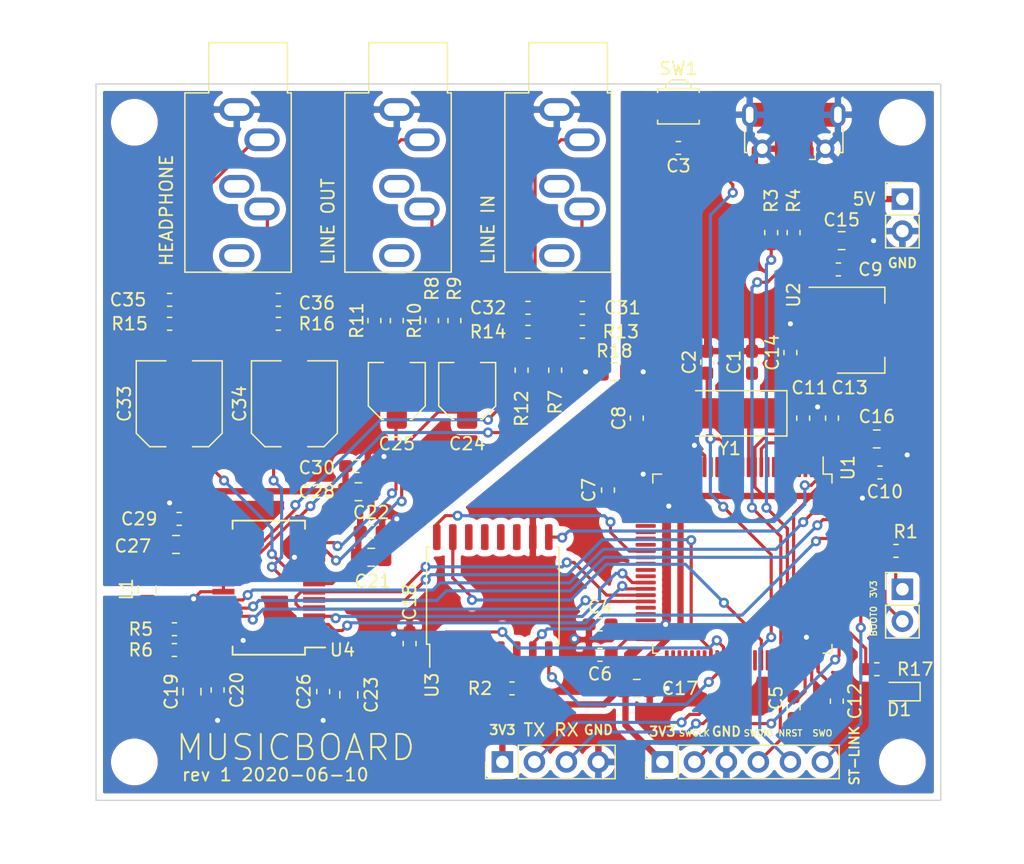
<source format=kicad_pcb>
(kicad_pcb (version 20171130) (host pcbnew 5.1.6-c6e7f7d~86~ubuntu16.04.1)
  (layers (0 F.Cu signal) (31 B.Cu signal) (34 B.Paste user) (35 F.Paste user) (36 B.SilkS user) (37 F.SilkS user) (38 B.Mask user) (39 F.Mask user) (44 Edge.Cuts user))
  (net 0 "")
  (net 1 "Net-(C1-Pad1)")
  (net 2 GND)
  (net 3 "Net-(C2-Pad1)")
  (net 4 "Net-(C4-Pad1)")
  (net 5 "Net-(C5-Pad1)")
  (net 6 VDD)
  (net 7 +5V)
  (net 8 "Net-(C24-Pad2)")
  (net 9 "Net-(C25-Pad2)")
  (net 10 "Net-(C27-Pad1)")
  (net 11 "Net-(J1-Pad2)")
  (net 12 "Net-(J1-Pad3)")
  (net 13 "Net-(J1-Pad4)")
  (net 14 /BOOT0)
  (net 15 /QSPI_NCS)
  (net 16 /USB_DP)
  (net 17 /USB_DM)
  (net 18 /CODEC_SDA)
  (net 19 /CODEC_SCL)
  (net 20 /QSPI_D2)
  (net 21 "Net-(U1-Pad2)")
  (net 22 "Net-(U1-Pad3)")
  (net 23 "Net-(U1-Pad4)")
  (net 24 "Net-(U1-Pad5)")
  (net 25 "Net-(U1-Pad7)")
  (net 26 "Net-(U1-Pad8)")
  (net 27 "Net-(U1-Pad9)")
  (net 28 "Net-(U1-Pad15)")
  (net 29 "Net-(U1-Pad16)")
  (net 30 "Net-(U1-Pad17)")
  (net 31 "Net-(U1-Pad18)")
  (net 32 "Net-(U1-Pad22)")
  (net 33 "Net-(U1-Pad23)")
  (net 34 "Net-(U1-Pad24)")
  (net 35 "Net-(U1-Pad25)")
  (net 36 "Net-(U1-Pad28)")
  (net 37 "Net-(U1-Pad29)")
  (net 38 "Net-(U1-Pad30)")
  (net 39 "Net-(U1-Pad31)")
  (net 40 "Net-(U1-Pad32)")
  (net 41 "Net-(U1-Pad33)")
  (net 42 "Net-(U1-Pad34)")
  (net 43 "Net-(U1-Pad35)")
  (net 44 /QSPI_CLK)
  (net 45 "Net-(U1-Pad37)")
  (net 46 "Net-(U1-Pad38)")
  (net 47 "Net-(U1-Pad39)")
  (net 48 "Net-(U1-Pad40)")
  (net 49 "Net-(U1-Pad45)")
  (net 50 "Net-(U1-Pad47)")
  (net 51 "Net-(U1-Pad51)")
  (net 52 "Net-(U1-Pad52)")
  (net 53 "Net-(U1-Pad53)")
  (net 54 "Net-(U1-Pad54)")
  (net 55 "Net-(U1-Pad55)")
  (net 56 "Net-(U1-Pad56)")
  (net 57 "Net-(U1-Pad57)")
  (net 58 /QSPI_D1)
  (net 59 /QSPI_D3)
  (net 60 "Net-(U1-Pad61)")
  (net 61 "Net-(U1-Pad62)")
  (net 62 "Net-(U1-Pad65)")
  (net 63 /QSPI_D0)
  (net 64 "Net-(U1-Pad67)")
  (net 65 "Net-(U1-Pad68)")
  (net 66 /USB_ID)
  (net 67 "Net-(U1-Pad78)")
  (net 68 "Net-(U1-Pad79)")
  (net 69 "Net-(U1-Pad80)")
  (net 70 "Net-(U1-Pad81)")
  (net 71 "Net-(U1-Pad82)")
  (net 72 "Net-(U1-Pad83)")
  (net 73 "Net-(U1-Pad84)")
  (net 74 "Net-(U1-Pad85)")
  (net 75 "Net-(U1-Pad86)")
  (net 76 "Net-(U1-Pad87)")
  (net 77 "Net-(U1-Pad88)")
  (net 78 "Net-(U1-Pad90)")
  (net 79 "Net-(U1-Pad91)")
  (net 80 "Net-(U1-Pad93)")
  (net 81 "Net-(U1-Pad97)")
  (net 82 "Net-(U1-Pad98)")
  (net 83 "Net-(U3-Pad4)")
  (net 84 "Net-(U3-Pad5)")
  (net 85 "Net-(U3-Pad6)")
  (net 86 "Net-(U3-Pad11)")
  (net 87 "Net-(U3-Pad12)")
  (net 88 "Net-(U3-Pad13)")
  (net 89 "Net-(U3-Pad14)")
  (net 90 "Net-(U4-Pad2)")
  (net 91 "Net-(U4-Pad17)")
  (net 92 "Net-(U4-Pad18)")
  (net 93 "Net-(U4-Pad26)")
  (net 94 /LOUT)
  (net 95 /ROUT)
  (net 96 /LIN)
  (net 97 /RIN)
  (net 98 /LINE_IN_L)
  (net 99 /LINE_IN_R)
  (net 100 /RHOUT)
  (net 101 /HP_OUT_R)
  (net 102 /HP_OUT_L)
  (net 103 /LHOUT)
  (net 104 /LINE_OUT_R)
  (net 105 /LINE_OUT_L)
  (net 106 /VDDA)
  (net 107 /RX)
  (net 108 /TX)
  (net 109 /NRST)
  (net 110 /SWDIO)
  (net 111 /SWCLK)
  (net 112 "Net-(U3-Pad3)")
  (net 113 "Net-(D1-Pad2)")
  (net 114 /LED)
  (net 115 /SWO)
  (net 116 GNDA)
  (net 117 /SAI_SDB)
  (net 118 /SAI_SCKB)
  (net 119 /SAI_FSB)
  (net 120 /SAI_MCKB)
  (net 121 /SAI_SDA)
  (net 122 "Net-(U1-Pad46)")
  (module Resistor_SMD:R_0805_2012Metric_Pad1.15x1.40mm_HandSolder (layer F.Cu) (at 147.828 82.804)
    (fp_text reference R18 (at 0 -1.65) (layer F.SilkS))
    (fp_text value 0)
    (pad 2 smd roundrect (at 1.025 0) (size 1.15 1.4) (layers F.Cu F.Paste F.Mask) (roundrect_rratio 0.217391) (net 2 GND))
    (pad 1 smd roundrect (at -1.025 0) (size 1.15 1.4) (layers F.Cu F.Paste F.Mask) (roundrect_rratio 0.217391) (net 116 GNDA))
  )
  (module Resistor_SMD:R_0603_1608Metric_Pad1.05x0.95mm_HandSolder (layer F.Cu) (at 112.903 103.251 180)
    (fp_text reference R5 (at 2.667 0) (layer F.SilkS))
    (fp_text value 10k)
    (pad 2 smd roundrect (at 0.875 0 180) (size 1.05 0.95) (layers F.Cu F.Paste F.Mask) (net 6 VDD))
    (pad 1 smd roundrect (at -0.875 0 180) (size 1.05 0.95) (layers F.Cu F.Paste F.Mask) (net 18 /CODEC_SDA))
  )
  (module Inductor_SMD:L_0805_2012Metric_Pad1.15x1.40mm_HandSolder (layer F.Cu) (at 110.744 100.076 90)
    (fp_text reference L1 (at 0 -1.65 90) (layer F.SilkS))
    (fp_text value F-BEAD)
    (pad 2 smd roundrect (at 1.025 0 90) (size 1.15 1.4) (layers F.Cu F.Paste F.Mask) (roundrect_rratio 0.217391) (net 106 /VDDA))
    (pad 1 smd roundrect (at -1.025 0 90) (size 1.15 1.4) (layers F.Cu F.Paste F.Mask) (roundrect_rratio 0.217391) (net 6 VDD))
  )
  (module Resistor_SMD:R_0603_1608Metric_Pad1.05x0.95mm_HandSolder (layer F.Cu) (at 145.288 79.629 180)
    (fp_text reference R13 (at -3.048 0) (layer F.SilkS))
    (fp_text value 5.6k)
    (pad 1 smd roundrect (at -0.875 0 180) (size 1.05 0.95) (layers F.Cu F.Paste F.Mask) (net 116 GNDA))
    (pad 2 smd roundrect (at 0.875 0 180) (size 1.05 0.95) (layers F.Cu F.Paste F.Mask) (net 98 /LINE_IN_L))
  )
  (module Package_QFP:LQFP-100_14x14mm_P0.5mm (layer F.Cu) (at 157.988 98.044 270)
    (fp_text reference U1 (at -7.62 -8.382 90) (layer F.SilkS))
    (fp_text value STM32F745VETx)
    (pad 1 smd roundrect (at -7.675 -6 270) (size 1.6 0.3) (layers F.Cu F.Paste F.Mask) (net 20 /QSPI_D2))
    (pad 2 smd roundrect (at -7.675 -5.5 270) (size 1.6 0.3) (layers F.Cu F.Paste F.Mask) (net 21 "Net-(U1-Pad2)"))
    (pad 3 smd roundrect (at -7.675 -5 270) (size 1.6 0.3) (layers F.Cu F.Paste F.Mask) (net 22 "Net-(U1-Pad3)"))
    (pad 4 smd roundrect (at -7.675 -4.5 270) (size 1.6 0.3) (layers F.Cu F.Paste F.Mask) (net 23 "Net-(U1-Pad4)"))
    (pad 5 smd roundrect (at -7.675 -4 270) (size 1.6 0.3) (layers F.Cu F.Paste F.Mask) (net 24 "Net-(U1-Pad5)"))
    (pad 6 smd roundrect (at -7.675 -3.5 270) (size 1.6 0.3) (layers F.Cu F.Paste F.Mask) (net 6 VDD))
    (pad 7 smd roundrect (at -7.675 -3 270) (size 1.6 0.3) (layers F.Cu F.Paste F.Mask) (net 25 "Net-(U1-Pad7)"))
    (pad 8 smd roundrect (at -7.675 -2.5 270) (size 1.6 0.3) (layers F.Cu F.Paste F.Mask) (net 26 "Net-(U1-Pad8)"))
    (pad 9 smd roundrect (at -7.675 -2 270) (size 1.6 0.3) (layers F.Cu F.Paste F.Mask) (net 27 "Net-(U1-Pad9)"))
    (pad 10 smd roundrect (at -7.675 -1.5 270) (size 1.6 0.3) (layers F.Cu F.Paste F.Mask) (net 2 GND))
    (pad 11 smd roundrect (at -7.675 -1 270) (size 1.6 0.3) (layers F.Cu F.Paste F.Mask) (net 6 VDD))
    (pad 12 smd roundrect (at -7.675 -0.5 270) (size 1.6 0.3) (layers F.Cu F.Paste F.Mask) (net 1 "Net-(C1-Pad1)"))
    (pad 13 smd roundrect (at -7.675 0 270) (size 1.6 0.3) (layers F.Cu F.Paste F.Mask) (net 3 "Net-(C2-Pad1)"))
    (pad 14 smd roundrect (at -7.675 0.5 270) (size 1.6 0.3) (layers F.Cu F.Paste F.Mask) (net 109 /NRST))
    (pad 15 smd roundrect (at -7.675 1 270) (size 1.6 0.3) (layers F.Cu F.Paste F.Mask) (net 28 "Net-(U1-Pad15)"))
    (pad 16 smd roundrect (at -7.675 1.5 270) (size 1.6 0.3) (layers F.Cu F.Paste F.Mask) (net 29 "Net-(U1-Pad16)"))
    (pad 17 smd roundrect (at -7.675 2 270) (size 1.6 0.3) (layers F.Cu F.Paste F.Mask) (net 30 "Net-(U1-Pad17)"))
    (pad 18 smd roundrect (at -7.675 2.5 270) (size 1.6 0.3) (layers F.Cu F.Paste F.Mask) (net 31 "Net-(U1-Pad18)"))
    (pad 19 smd roundrect (at -7.675 3 270) (size 1.6 0.3) (layers F.Cu F.Paste F.Mask) (net 2 GND))
    (pad 20 smd roundrect (at -7.675 3.5 270) (size 1.6 0.3) (layers F.Cu F.Paste F.Mask) (net 6 VDD))
    (pad 21 smd roundrect (at -7.675 4 270) (size 1.6 0.3) (layers F.Cu F.Paste F.Mask) (net 6 VDD))
    (pad 22 smd roundrect (at -7.675 4.5 270) (size 1.6 0.3) (layers F.Cu F.Paste F.Mask) (net 32 "Net-(U1-Pad22)"))
    (pad 23 smd roundrect (at -7.675 5 270) (size 1.6 0.3) (layers F.Cu F.Paste F.Mask) (net 33 "Net-(U1-Pad23)"))
    (pad 24 smd roundrect (at -7.675 5.5 270) (size 1.6 0.3) (layers F.Cu F.Paste F.Mask) (net 34 "Net-(U1-Pad24)"))
    (pad 25 smd roundrect (at -7.675 6 270) (size 1.6 0.3) (layers F.Cu F.Paste F.Mask) (net 35 "Net-(U1-Pad25)"))
    (pad 26 smd roundrect (at -6 7.675 270) (size 0.3 1.6) (layers F.Cu F.Paste F.Mask) (net 2 GND))
    (pad 27 smd roundrect (at -5.5 7.675 270) (size 0.3 1.6) (layers F.Cu F.Paste F.Mask) (net 6 VDD))
    (pad 28 smd roundrect (at -5 7.675 270) (size 0.3 1.6) (layers F.Cu F.Paste F.Mask) (net 36 "Net-(U1-Pad28)"))
    (pad 29 smd roundrect (at -4.5 7.675 270) (size 0.3 1.6) (layers F.Cu F.Paste F.Mask) (net 37 "Net-(U1-Pad29)"))
    (pad 30 smd roundrect (at -4 7.675 270) (size 0.3 1.6) (layers F.Cu F.Paste F.Mask) (net 38 "Net-(U1-Pad30)"))
    (pad 31 smd roundrect (at -3.5 7.675 270) (size 0.3 1.6) (layers F.Cu F.Paste F.Mask) (net 39 "Net-(U1-Pad31)"))
    (pad 32 smd roundrect (at -3 7.675 270) (size 0.3 1.6) (layers F.Cu F.Paste F.Mask) (net 40 "Net-(U1-Pad32)"))
    (pad 33 smd roundrect (at -2.5 7.675 270) (size 0.3 1.6) (layers F.Cu F.Paste F.Mask) (net 41 "Net-(U1-Pad33)"))
    (pad 34 smd roundrect (at -2 7.675 270) (size 0.3 1.6) (layers F.Cu F.Paste F.Mask) (net 42 "Net-(U1-Pad34)"))
    (pad 35 smd roundrect (at -1.5 7.675 270) (size 0.3 1.6) (layers F.Cu F.Paste F.Mask) (net 43 "Net-(U1-Pad35)"))
    (pad 36 smd roundrect (at -1 7.675 270) (size 0.3 1.6) (layers F.Cu F.Paste F.Mask) (net 44 /QSPI_CLK))
    (pad 37 smd roundrect (at -0.5 7.675 270) (size 0.3 1.6) (layers F.Cu F.Paste F.Mask) (net 45 "Net-(U1-Pad37)"))
    (pad 38 smd roundrect (at 0 7.675 270) (size 0.3 1.6) (layers F.Cu F.Paste F.Mask) (net 46 "Net-(U1-Pad38)"))
    (pad 39 smd roundrect (at 0.5 7.675 270) (size 0.3 1.6) (layers F.Cu F.Paste F.Mask) (net 47 "Net-(U1-Pad39)"))
    (pad 40 smd roundrect (at 1 7.675 270) (size 0.3 1.6) (layers F.Cu F.Paste F.Mask) (net 48 "Net-(U1-Pad40)"))
    (pad 41 smd roundrect (at 1.5 7.675 270) (size 0.3 1.6) (layers F.Cu F.Paste F.Mask) (net 117 /SAI_SDB))
    (pad 42 smd roundrect (at 2 7.675 270) (size 0.3 1.6) (layers F.Cu F.Paste F.Mask) (net 118 /SAI_SCKB))
    (pad 43 smd roundrect (at 2.5 7.675 270) (size 0.3 1.6) (layers F.Cu F.Paste F.Mask) (net 119 /SAI_FSB))
    (pad 44 smd roundrect (at 3 7.675 270) (size 0.3 1.6) (layers F.Cu F.Paste F.Mask) (net 120 /SAI_MCKB))
    (pad 45 smd roundrect (at 3.5 7.675 270) (size 0.3 1.6) (layers F.Cu F.Paste F.Mask) (net 49 "Net-(U1-Pad45)"))
    (pad 46 smd roundrect (at 4 7.675 270) (size 0.3 1.6) (layers F.Cu F.Paste F.Mask) (net 122 "Net-(U1-Pad46)"))
    (pad 47 smd roundrect (at 4.5 7.675 270) (size 0.3 1.6) (layers F.Cu F.Paste F.Mask) (net 50 "Net-(U1-Pad47)"))
    (pad 48 smd roundrect (at 5 7.675 270) (size 0.3 1.6) (layers F.Cu F.Paste F.Mask) (net 4 "Net-(C4-Pad1)"))
    (pad 49 smd roundrect (at 5.5 7.675 270) (size 0.3 1.6) (layers F.Cu F.Paste F.Mask) (net 2 GND))
    (pad 50 smd roundrect (at 6 7.675 270) (size 0.3 1.6) (layers F.Cu F.Paste F.Mask) (net 6 VDD))
    (pad 51 smd roundrect (at 7.675 6 270) (size 1.6 0.3) (layers F.Cu F.Paste F.Mask) (net 51 "Net-(U1-Pad51)"))
    (pad 52 smd roundrect (at 7.675 5.5 270) (size 1.6 0.3) (layers F.Cu F.Paste F.Mask) (net 52 "Net-(U1-Pad52)"))
    (pad 53 smd roundrect (at 7.675 5 270) (size 1.6 0.3) (layers F.Cu F.Paste F.Mask) (net 53 "Net-(U1-Pad53)"))
    (pad 54 smd roundrect (at 7.675 4.5 270) (size 1.6 0.3) (layers F.Cu F.Paste F.Mask) (net 54 "Net-(U1-Pad54)"))
    (pad 55 smd roundrect (at 7.675 4 270) (size 1.6 0.3) (layers F.Cu F.Paste F.Mask) (net 55 "Net-(U1-Pad55)"))
    (pad 56 smd roundrect (at 7.675 3.5 270) (size 1.6 0.3) (layers F.Cu F.Paste F.Mask) (net 56 "Net-(U1-Pad56)"))
    (pad 57 smd roundrect (at 7.675 3 270) (size 1.6 0.3) (layers F.Cu F.Paste F.Mask) (net 57 "Net-(U1-Pad57)"))
    (pad 58 smd roundrect (at 7.675 2.5 270) (size 1.6 0.3) (layers F.Cu F.Paste F.Mask) (net 121 /SAI_SDA))
    (pad 59 smd roundrect (at 7.675 2 270) (size 1.6 0.3) (layers F.Cu F.Paste F.Mask) (net 58 /QSPI_D1))
    (pad 60 smd roundrect (at 7.675 1.5 270) (size 1.6 0.3) (layers F.Cu F.Paste F.Mask) (net 59 /QSPI_D3))
    (pad 61 smd roundrect (at 7.675 1 270) (size 1.6 0.3) (layers F.Cu F.Paste F.Mask) (net 60 "Net-(U1-Pad61)"))
    (pad 62 smd roundrect (at 7.675 0.5 270) (size 1.6 0.3) (layers F.Cu F.Paste F.Mask) (net 61 "Net-(U1-Pad62)"))
    (pad 63 smd roundrect (at 7.675 0 270) (size 1.6 0.3) (layers F.Cu F.Paste F.Mask) (net 108 /TX))
    (pad 64 smd roundrect (at 7.675 -0.5 270) (size 1.6 0.3) (layers F.Cu F.Paste F.Mask) (net 107 /RX))
    (pad 65 smd roundrect (at 7.675 -1 270) (size 1.6 0.3) (layers F.Cu F.Paste F.Mask) (net 62 "Net-(U1-Pad65)"))
    (pad 66 smd roundrect (at 7.675 -1.5 270) (size 1.6 0.3) (layers F.Cu F.Paste F.Mask) (net 63 /QSPI_D0))
    (pad 67 smd roundrect (at 7.675 -2 270) (size 1.6 0.3) (layers F.Cu F.Paste F.Mask) (net 64 "Net-(U1-Pad67)"))
    (pad 68 smd roundrect (at 7.675 -2.5 270) (size 1.6 0.3) (layers F.Cu F.Paste F.Mask) (net 65 "Net-(U1-Pad68)"))
    (pad 69 smd roundrect (at 7.675 -3 270) (size 1.6 0.3) (layers F.Cu F.Paste F.Mask) (net 66 /USB_ID))
    (pad 70 smd roundrect (at 7.675 -3.5 270) (size 1.6 0.3) (layers F.Cu F.Paste F.Mask) (net 17 /USB_DM))
    (pad 71 smd roundrect (at 7.675 -4 270) (size 1.6 0.3) (layers F.Cu F.Paste F.Mask) (net 16 /USB_DP))
    (pad 72 smd roundrect (at 7.675 -4.5 270) (size 1.6 0.3) (layers F.Cu F.Paste F.Mask) (net 110 /SWDIO))
    (pad 73 smd roundrect (at 7.675 -5 270) (size 1.6 0.3) (layers F.Cu F.Paste F.Mask) (net 5 "Net-(C5-Pad1)"))
    (pad 74 smd roundrect (at 7.675 -5.5 270) (size 1.6 0.3) (layers F.Cu F.Paste F.Mask) (net 2 GND))
    (pad 75 smd roundrect (at 7.675 -6 270) (size 1.6 0.3) (layers F.Cu F.Paste F.Mask) (net 6 VDD))
    (pad 76 smd roundrect (at 6 -7.675 270) (size 0.3 1.6) (layers F.Cu F.Paste F.Mask) (net 111 /SWCLK))
    (pad 77 smd roundrect (at 5.5 -7.675 270) (size 0.3 1.6) (layers F.Cu F.Paste F.Mask) (net 114 /LED))
    (pad 78 smd roundrect (at 5 -7.675 270) (size 0.3 1.6) (layers F.Cu F.Paste F.Mask) (net 67 "Net-(U1-Pad78)"))
    (pad 79 smd roundrect (at 4.5 -7.675 270) (size 0.3 1.6) (layers F.Cu F.Paste F.Mask) (net 68 "Net-(U1-Pad79)"))
    (pad 80 smd roundrect (at 4 -7.675 270) (size 0.3 1.6) (layers F.Cu F.Paste F.Mask) (net 69 "Net-(U1-Pad80)"))
    (pad 81 smd roundrect (at 3.5 -7.675 270) (size 0.3 1.6) (layers F.Cu F.Paste F.Mask) (net 70 "Net-(U1-Pad81)"))
    (pad 82 smd roundrect (at 3 -7.675 270) (size 0.3 1.6) (layers F.Cu F.Paste F.Mask) (net 71 "Net-(U1-Pad82)"))
    (pad 83 smd roundrect (at 2.5 -7.675 270) (size 0.3 1.6) (layers F.Cu F.Paste F.Mask) (net 72 "Net-(U1-Pad83)"))
    (pad 84 smd roundrect (at 2 -7.675 270) (size 0.3 1.6) (layers F.Cu F.Paste F.Mask) (net 73 "Net-(U1-Pad84)"))
    (pad 85 smd roundrect (at 1.5 -7.675 270) (size 0.3 1.6) (layers F.Cu F.Paste F.Mask) (net 74 "Net-(U1-Pad85)"))
    (pad 86 smd roundrect (at 1 -7.675 270) (size 0.3 1.6) (layers F.Cu F.Paste F.Mask) (net 75 "Net-(U1-Pad86)"))
    (pad 87 smd roundrect (at 0.5 -7.675 270) (size 0.3 1.6) (layers F.Cu F.Paste F.Mask) (net 76 "Net-(U1-Pad87)"))
    (pad 88 smd roundrect (at 0 -7.675 270) (size 0.3 1.6) (layers F.Cu F.Paste F.Mask) (net 77 "Net-(U1-Pad88)"))
    (pad 89 smd roundrect (at -0.5 -7.675 270) (size 0.3 1.6) (layers F.Cu F.Paste F.Mask) (net 115 /SWO))
    (pad 90 smd roundrect (at -1 -7.675 270) (size 0.3 1.6) (layers F.Cu F.Paste F.Mask) (net 78 "Net-(U1-Pad90)"))
    (pad 91 smd roundrect (at -1.5 -7.675 270) (size 0.3 1.6) (layers F.Cu F.Paste F.Mask) (net 79 "Net-(U1-Pad91)"))
    (pad 92 smd roundrect (at -2 -7.675 270) (size 0.3 1.6) (layers F.Cu F.Paste F.Mask) (net 15 /QSPI_NCS))
    (pad 93 smd roundrect (at -2.5 -7.675 270) (size 0.3 1.6) (layers F.Cu F.Paste F.Mask) (net 80 "Net-(U1-Pad93)"))
    (pad 94 smd roundrect (at -3 -7.675 270) (size 0.3 1.6) (layers F.Cu F.Paste F.Mask) (net 14 /BOOT0))
    (pad 95 smd roundrect (at -3.5 -7.675 270) (size 0.3 1.6) (layers F.Cu F.Paste F.Mask) (net 19 /CODEC_SCL))
    (pad 96 smd roundrect (at -4 -7.675 270) (size 0.3 1.6) (layers F.Cu F.Paste F.Mask) (net 18 /CODEC_SDA))
    (pad 97 smd roundrect (at -4.5 -7.675 270) (size 0.3 1.6) (layers F.Cu F.Paste F.Mask) (net 81 "Net-(U1-Pad97)"))
    (pad 98 smd roundrect (at -5 -7.675 270) (size 0.3 1.6) (layers F.Cu F.Paste F.Mask) (net 82 "Net-(U1-Pad98)"))
    (pad 99 smd roundrect (at -5.5 -7.675 270) (size 0.3 1.6) (layers F.Cu F.Paste F.Mask) (net 2 GND))
    (pad 100 smd roundrect (at -6 -7.675 270) (size 0.3 1.6) (layers F.Cu F.Paste F.Mask) (net 6 VDD))
  )
  (module Capacitor_SMD:C_Elec_6.3x5.4 (layer F.Cu) (at 122.428 85.344 90)
    (fp_text reference C34 (at 0 -4.35 90) (layer F.SilkS))
    (fp_text value 220uF)
    (pad 2 smd roundrect (at 2.5375 0 90) (size 3.325 1.6) (layers F.Cu F.Paste F.Mask) (roundrect_rratio 0.15625) (net 102 /HP_OUT_L))
    (pad 1 smd roundrect (at -2.5375 0 90) (size 3.325 1.6) (layers F.Cu F.Paste F.Mask) (roundrect_rratio 0.15625) (net 103 /LHOUT))
  )
  (module Capacitor_SMD:C_Elec_6.3x5.4 (layer F.Cu) (at 113.284 85.344 90)
    (fp_text reference C33 (at 0 -4.35 90) (layer F.SilkS))
    (fp_text value 220uF)
    (pad 2 smd roundrect (at 2.5375 0 90) (size 3.325 1.6) (layers F.Cu F.Paste F.Mask) (roundrect_rratio 0.15625) (net 101 /HP_OUT_R))
    (pad 1 smd roundrect (at -2.5375 0 90) (size 3.325 1.6) (layers F.Cu F.Paste F.Mask) (roundrect_rratio 0.15625) (net 100 /RHOUT))
  )
  (module Capacitor_SMD:C_0805_2012Metric_Pad1.15x1.40mm_HandSolder (layer F.Cu) (at 168.656 88.138)
    (fp_text reference C16 (at 0 -1.778) (layer F.SilkS))
    (fp_text value 4.7uF)
    (pad 2 smd roundrect (at 1.025 0) (size 1.15 1.4) (layers F.Cu F.Paste F.Mask) (roundrect_rratio 0.217391) (net 2 GND))
    (pad 1 smd roundrect (at -1.025 0) (size 1.15 1.4) (layers F.Cu F.Paste F.Mask) (roundrect_rratio 0.217391) (net 6 VDD))
  )
  (module Capacitor_SMD:C_0603_1608Metric_Pad1.05x0.95mm_HandSolder (layer F.Cu) (at 121.158 77.089 180)
    (fp_text reference C36 (at -3.048 -0.254) (layer F.SilkS))
    (fp_text value 220pF)
    (pad 2 smd roundrect (at 0.875 0 180) (size 1.05 0.95) (layers F.Cu F.Paste F.Mask) (net 102 /HP_OUT_L))
    (pad 1 smd roundrect (at -0.875 0 180) (size 1.05 0.95) (layers F.Cu F.Paste F.Mask) (net 116 GNDA))
  )
  (module Capacitor_SMD:C_0603_1608Metric_Pad1.05x0.95mm_HandSolder (layer F.Cu) (at 112.522 77.089)
    (fp_text reference C35 (at -3.302 0) (layer F.SilkS))
    (fp_text value 220pF)
    (pad 2 smd roundrect (at 0.875 0) (size 1.05 0.95) (layers F.Cu F.Paste F.Mask) (net 101 /HP_OUT_R))
    (pad 1 smd roundrect (at -0.875 0) (size 1.05 0.95) (layers F.Cu F.Paste F.Mask) (net 116 GNDA))
  )
  (module Connector_PinHeader_2.54mm:PinHeader_1x06_P2.54mm_Vertical (layer F.Cu) (at 151.638 113.792 90)
    (fp_text reference J8 hide)
    (fp_text value Conn_01x06_Female)
    (pad 6 thru_hole oval (at 0 12.7 90) (size 1.7 1.7) (drill 1) (layers *.Cu *.Mask) (net 115 /SWO))
    (pad 5 thru_hole oval (at 0 10.16 90) (size 1.7 1.7) (drill 1) (layers *.Cu *.Mask) (net 109 /NRST))
    (pad 4 thru_hole oval (at 0 7.62 90) (size 1.7 1.7) (drill 1) (layers *.Cu *.Mask) (net 110 /SWDIO))
    (pad 3 thru_hole oval (at 0 5.08 90) (size 1.7 1.7) (drill 1) (layers *.Cu *.Mask) (net 2 GND))
    (pad 2 thru_hole oval (at 0 2.54 90) (size 1.7 1.7) (drill 1) (layers *.Cu *.Mask) (net 111 /SWCLK))
    (pad 1 thru_hole rect (at 0 0 90) (size 1.7 1.7) (drill 1) (layers *.Cu *.Mask) (net 6 VDD))
  )
  (module Connector_PinHeader_2.54mm:PinHeader_1x04_P2.54mm_Vertical (layer F.Cu) (at 138.938 113.792 90)
    (fp_text reference J7 hide)
    (fp_text value Conn_01x04_Female)
    (pad 4 thru_hole oval (at 0 7.62 90) (size 1.7 1.7) (drill 1) (layers *.Cu *.Mask) (net 2 GND))
    (pad 3 thru_hole oval (at 0 5.08 90) (size 1.7 1.7) (drill 1) (layers *.Cu *.Mask) (net 107 /RX))
    (pad 2 thru_hole oval (at 0 2.54 90) (size 1.7 1.7) (drill 1) (layers *.Cu *.Mask) (net 108 /TX))
    (pad 1 thru_hole rect (at 0 0 90) (size 1.7 1.7) (drill 1) (layers *.Cu *.Mask) (net 6 VDD))
  )
  (module Connector_PinHeader_2.54mm:PinHeader_1x02_P2.54mm_Vertical (layer F.Cu) (at 170.688 100.076)
    (fp_text reference J5 hide)
    (fp_text value Conn_01x02_Female)
    (pad 2 thru_hole oval (at 0 2.54) (size 1.7 1.7) (drill 1) (layers *.Cu *.Mask) (net 14 /BOOT0))
    (pad 1 thru_hole rect (at 0 0) (size 1.7 1.7) (drill 1) (layers *.Cu *.Mask) (net 6 VDD))
  )
  (module Button_Switch_SMD:SW_SPST_B3U-3000P (layer F.Cu) (at 152.908 61.722)
    (fp_text reference SW1 (at 0 -3) (layer F.SilkS))
    (fp_text value SW_Push)
    (pad 2 smd rect (at 1.7 0) (size 0.9 1.7) (layers F.Cu F.Paste F.Mask) (net 109 /NRST))
    (pad 1 smd rect (at -1.7 0) (size 0.9 1.7) (layers F.Cu F.Paste F.Mask) (net 2 GND))
  )
  (module Resistor_SMD:R_0603_1608Metric_Pad1.05x0.95mm_HandSolder (layer F.Cu) (at 168.656 106.426 180)
    (fp_text reference R17 (at -3.048 0) (layer F.SilkS))
    (fp_text value 1k)
    (pad 2 smd roundrect (at 0.875 0 180) (size 1.05 0.95) (layers F.Cu F.Paste F.Mask) (net 114 /LED))
    (pad 1 smd roundrect (at -0.875 0 180) (size 1.05 0.95) (layers F.Cu F.Paste F.Mask) (net 113 "Net-(D1-Pad2)"))
  )
  (module Connector_PinHeader_2.54mm:PinHeader_1x02_P2.54mm_Vertical (layer F.Cu) (at 170.688 69.088)
    (fp_text reference J6 hide)
    (fp_text value Conn_01x02_Female)
    (pad 2 thru_hole oval (at 0 2.54) (size 1.7 1.7) (drill 1) (layers *.Cu *.Mask) (net 2 GND))
    (pad 1 thru_hole rect (at 0 0) (size 1.7 1.7) (drill 1) (layers *.Cu *.Mask) (net 7 +5V))
  )
  (module LED_SMD:LED_0603_1608Metric_Pad1.05x0.95mm_HandSolder (layer F.Cu) (at 170.434 108.204 180)
    (fp_text reference D1 (at 0 -1.43) (layer F.SilkS))
    (fp_text value LED)
    (pad 2 smd roundrect (at 0.875 0 180) (size 1.05 0.95) (layers F.Cu F.Paste F.Mask) (net 113 "Net-(D1-Pad2)"))
    (pad 1 smd roundrect (at -0.875 0 180) (size 1.05 0.95) (layers F.Cu F.Paste F.Mask) (net 2 GND))
  )
  (module Connector_USB:USB_Micro-B_Molex-105017-0001 (layer F.Cu) (at 162.068 63.627 180)
    (fp_text reference J1 hide)
    (fp_text value USB_B_Micro)
    (pad 6 smd rect (at -2.9 1.2375 180) (size 1.2 1.9) (layers F.Cu F.Mask) (net 2 GND))
    (pad 6 smd rect (at 2.9 1.2375 180) (size 1.2 1.9) (layers F.Cu F.Mask) (net 2 GND))
    (pad 6 thru_hole oval (at 3.5 1.2375 180) (size 1.2 1.9) (drill oval 0.6 1.3) (layers *.Cu *.Mask) (net 2 GND))
    (pad 6 thru_hole oval (at -3.5 1.2375) (size 1.2 1.9) (drill oval 0.6 1.3) (layers *.Cu *.Mask) (net 2 GND))
    (pad 6 smd rect (at -1 1.2375 180) (size 1.5 1.9) (layers F.Cu F.Paste F.Mask) (net 2 GND))
    (pad 6 thru_hole circle (at 2.5 -1.4625 180) (size 1.45 1.45) (drill 0.85) (layers *.Cu *.Mask) (net 2 GND))
    (pad 3 smd rect (at 0 -1.4625 180) (size 0.4 1.35) (layers F.Cu F.Paste F.Mask) (net 12 "Net-(J1-Pad3)"))
    (pad 4 smd rect (at 0.65 -1.4625 180) (size 0.4 1.35) (layers F.Cu F.Paste F.Mask) (net 13 "Net-(J1-Pad4)"))
    (pad 5 smd rect (at 1.3 -1.4625 180) (size 0.4 1.35) (layers F.Cu F.Paste F.Mask) (net 2 GND))
    (pad 1 smd rect (at -1.3 -1.4625 180) (size 0.4 1.35) (layers F.Cu F.Paste F.Mask) (net 7 +5V))
    (pad 2 smd rect (at -0.65 -1.4625 180) (size 0.4 1.35) (layers F.Cu F.Paste F.Mask) (net 11 "Net-(J1-Pad2)"))
    (pad 6 thru_hole circle (at -2.5 -1.4625 180) (size 1.45 1.45) (drill 0.85) (layers *.Cu *.Mask) (net 2 GND))
    (pad 6 smd rect (at 1 1.2375 180) (size 1.5 1.9) (layers F.Cu F.Paste F.Mask) (net 2 GND))
  )
  (module MountingHole:MountingHole_2.7mm_M2.5 (layer F.Cu) (at 170.688 113.792)
    (fp_text reference H3 hide)
    (fp_text value MountingHole)
    (pad 1 np_thru_hole circle (at 0 0) (size 2.7 2.7) (drill 2.7) (layers *.Cu *.Mask))
  )
  (module Capacitor_SMD:C_0805_2012Metric_Pad1.15x1.40mm_HandSolder (layer F.Cu) (at 114.3 108.204 270)
    (fp_text reference C19 (at 0 1.651 90) (layer F.SilkS))
    (fp_text value 10uF)
    (pad 2 smd roundrect (at 1.025 0 270) (size 1.15 1.4) (layers F.Cu F.Paste F.Mask) (roundrect_rratio 0.217391) (net 2 GND))
    (pad 1 smd roundrect (at -1.025 0 270) (size 1.15 1.4) (layers F.Cu F.Paste F.Mask) (roundrect_rratio 0.217391) (net 6 VDD))
  )
  (module MountingHole:MountingHole_2.7mm_M2.5 (layer F.Cu) (at 109.728 113.792)
    (fp_text reference H4 hide)
    (fp_text value MountingHole)
    (pad 1 np_thru_hole circle (at 0 0) (size 2.7 2.7) (drill 2.7) (layers *.Cu *.Mask))
  )
  (module MountingHole:MountingHole_2.7mm_M2.5 (layer F.Cu) (at 170.688 62.992)
    (fp_text reference H2 hide)
    (fp_text value MountingHole)
    (pad 1 np_thru_hole circle (at 0 0) (size 2.7 2.7) (drill 2.7) (layers *.Cu *.Mask))
  )
  (module MountingHole:MountingHole_2.7mm_M2.5 (layer F.Cu) (at 109.728 62.992)
    (fp_text reference H1 hide)
    (fp_text value MountingHole)
    (pad 1 np_thru_hole circle (at 0 0) (size 2.7 2.7) (drill 2.7) (layers *.Cu *.Mask))
  )
  (module Capacitor_SMD:C_0603_1608Metric_Pad1.05x0.95mm_HandSolder (layer F.Cu) (at 155.194 82.042 90)
    (fp_text reference C2 (at 0 -1.43 90) (layer F.SilkS))
    (fp_text value 18pF)
    (pad 2 smd roundrect (at 0.875 0 90) (size 1.05 0.95) (layers F.Cu F.Paste F.Mask) (net 2 GND))
    (pad 1 smd roundrect (at -0.875 0 90) (size 1.05 0.95) (layers F.Cu F.Paste F.Mask) (net 3 "Net-(C2-Pad1)"))
  )
  (module Package_TO_SOT_SMD:SOT-223-3_TabPin2 (layer F.Cu) (at 167.386 79.502)
    (fp_text reference U2 (at -5.334 -2.794 90) (layer F.SilkS))
    (fp_text value MCP1825S)
    (pad 1 smd rect (at -3.15 -2.3) (size 2 1.5) (layers F.Cu F.Paste F.Mask) (net 7 +5V))
    (pad 3 smd rect (at -3.15 2.3) (size 2 1.5) (layers F.Cu F.Paste F.Mask) (net 6 VDD))
    (pad 2 smd rect (at -3.15 0) (size 2 1.5) (layers F.Cu F.Paste F.Mask) (net 2 GND))
    (pad 2 smd rect (at 3.15 0) (size 2 3.8) (layers F.Cu F.Paste F.Mask) (net 2 GND))
  )
  (module Connector_Audio:Jack_3.5mm_CUI_SJ1-3535NG_Horizontal (layer F.Cu) (at 117.856 61.976)
    (fp_text reference J4 hide)
    (fp_text value AudioJack3)
    (pad S thru_hole oval (at 0 0) (size 2.8 1.8) (drill oval 2 1) (layers *.Cu *.Mask) (net 116 GNDA))
    (pad T thru_hole oval (at 2 2.4) (size 2.8 1.8) (drill oval 2 1) (layers *.Cu *.Mask) (net 101 /HP_OUT_R))
    (pad R thru_hole oval (at 2 7.9) (size 2.8 1.8) (drill oval 2 1) (layers *.Cu *.Mask) (net 102 /HP_OUT_L))
    (pad TN thru_hole oval (at 0 11.6) (size 2.8 1.8) (drill oval 2 1) (layers *.Cu *.Mask))
    (pad RN thru_hole oval (at 0 6.1) (size 2.8 1.8) (drill oval 2 1) (layers *.Cu *.Mask))
  )
  (module Connector_Audio:Jack_3.5mm_CUI_SJ1-3535NG_Horizontal (layer F.Cu) (at 143.256 61.976)
    (fp_text reference J3 hide)
    (fp_text value AudioJack3)
    (pad RN thru_hole oval (at 0 6.1) (size 2.8 1.8) (drill oval 2 1) (layers *.Cu *.Mask))
    (pad TN thru_hole oval (at 0 11.6) (size 2.8 1.8) (drill oval 2 1) (layers *.Cu *.Mask))
    (pad R thru_hole oval (at 2 7.9) (size 2.8 1.8) (drill oval 2 1) (layers *.Cu *.Mask) (net 98 /LINE_IN_L))
    (pad T thru_hole oval (at 2 2.4) (size 2.8 1.8) (drill oval 2 1) (layers *.Cu *.Mask) (net 99 /LINE_IN_R))
    (pad S thru_hole oval (at 0 0) (size 2.8 1.8) (drill oval 2 1) (layers *.Cu *.Mask) (net 116 GNDA))
  )
  (module Connector_Audio:Jack_3.5mm_CUI_SJ1-3535NG_Horizontal (layer F.Cu) (at 130.556 61.976)
    (fp_text reference J2 hide)
    (fp_text value AudioJack3)
    (pad RN thru_hole oval (at 0 6.1) (size 2.8 1.8) (drill oval 2 1) (layers *.Cu *.Mask))
    (pad TN thru_hole oval (at 0 11.6) (size 2.8 1.8) (drill oval 2 1) (layers *.Cu *.Mask))
    (pad R thru_hole oval (at 2 7.9) (size 2.8 1.8) (drill oval 2 1) (layers *.Cu *.Mask) (net 105 /LINE_OUT_L))
    (pad T thru_hole oval (at 2 2.4) (size 2.8 1.8) (drill oval 2 1) (layers *.Cu *.Mask) (net 104 /LINE_OUT_R))
    (pad S thru_hole oval (at 0 0) (size 2.8 1.8) (drill oval 2 1) (layers *.Cu *.Mask) (net 116 GNDA))
  )
  (module Capacitor_SMD:C_0805_2012Metric_Pad1.15x1.40mm_HandSolder (layer F.Cu) (at 113.03 96.52 180)
    (fp_text reference C27 (at 3.429 -0.127) (layer F.SilkS))
    (fp_text value 10uF)
    (pad 2 smd roundrect (at 1.025 0 180) (size 1.15 1.4) (layers F.Cu F.Paste F.Mask) (roundrect_rratio 0.217391) (net 116 GNDA))
    (pad 1 smd roundrect (at -1.025 0 180) (size 1.15 1.4) (layers F.Cu F.Paste F.Mask) (roundrect_rratio 0.217391) (net 10 "Net-(C27-Pad1)"))
  )
  (module Capacitor_SMD:C_0805_2012Metric_Pad1.15x1.40mm_HandSolder (layer F.Cu) (at 127.508 92.329)
    (fp_text reference C28 (at -3.302 0) (layer F.SilkS))
    (fp_text value 10uF)
    (pad 2 smd roundrect (at 1.025 0) (size 1.15 1.4) (layers F.Cu F.Paste F.Mask) (roundrect_rratio 0.217391) (net 116 GNDA))
    (pad 1 smd roundrect (at -1.025 0) (size 1.15 1.4) (layers F.Cu F.Paste F.Mask) (roundrect_rratio 0.217391) (net 106 /VDDA))
  )
  (module Capacitor_SMD:C_0805_2012Metric_Pad1.15x1.40mm_HandSolder (layer F.Cu) (at 126.746 108.458 270)
    (fp_text reference C23 (at 0 -1.778 90) (layer F.SilkS))
    (fp_text value 10uF)
    (pad 2 smd roundrect (at 1.025 0 270) (size 1.15 1.4) (layers F.Cu F.Paste F.Mask) (roundrect_rratio 0.217391) (net 2 GND))
    (pad 1 smd roundrect (at -1.025 0 270) (size 1.15 1.4) (layers F.Cu F.Paste F.Mask) (roundrect_rratio 0.217391) (net 6 VDD))
  )
  (module Capacitor_SMD:C_0805_2012Metric_Pad1.15x1.40mm_HandSolder (layer F.Cu) (at 128.524 97.536)
    (fp_text reference C21 (at 0.127 1.905) (layer F.SilkS))
    (fp_text value 10uF)
    (pad 2 smd roundrect (at 1.025 0) (size 1.15 1.4) (layers F.Cu F.Paste F.Mask) (roundrect_rratio 0.217391) (net 116 GNDA))
    (pad 1 smd roundrect (at -1.025 0) (size 1.15 1.4) (layers F.Cu F.Paste F.Mask) (roundrect_rratio 0.217391) (net 106 /VDDA))
  )
  (module Crystal:Crystal_SMD_5032-2Pin_5.0x3.2mm_HandSoldering (layer F.Cu) (at 156.972 86.106 180)
    (fp_text reference Y1 (at 0 -2.8) (layer F.SilkS))
    (fp_text value 25Mhz)
    (pad 2 smd rect (at 2.6 0 180) (size 3.5 2.4) (layers F.Cu F.Paste F.Mask) (net 3 "Net-(C2-Pad1)"))
    (pad 1 smd rect (at -2.6 0 180) (size 3.5 2.4) (layers F.Cu F.Paste F.Mask) (net 1 "Net-(C1-Pad1)"))
  )
  (module Capacitor_SMD:C_0603_1608Metric_Pad1.05x0.95mm_HandSolder (layer F.Cu) (at 158.75 82.042 90)
    (fp_text reference C1 (at 0 -1.43 90) (layer F.SilkS))
    (fp_text value 18pF)
    (pad 1 smd roundrect (at -0.875 0 90) (size 1.05 0.95) (layers F.Cu F.Paste F.Mask) (net 1 "Net-(C1-Pad1)"))
    (pad 2 smd roundrect (at 0.875 0 90) (size 1.05 0.95) (layers F.Cu F.Paste F.Mask) (net 2 GND))
  )
  (module Capacitor_SMD:C_0603_1608Metric_Pad1.05x0.95mm_HandSolder (layer F.Cu) (at 152.908 65.024 180)
    (fp_text reference C3 (at 0 -1.43) (layer F.SilkS))
    (fp_text value 100nF)
    (pad 1 smd roundrect (at -0.875 0 180) (size 1.05 0.95) (layers F.Cu F.Paste F.Mask) (net 109 /NRST))
    (pad 2 smd roundrect (at 0.875 0 180) (size 1.05 0.95) (layers F.Cu F.Paste F.Mask) (net 2 GND))
  )
  (module Capacitor_SMD:C_0603_1608Metric_Pad1.05x0.95mm_HandSolder (layer F.Cu) (at 146.685 102.87 180)
    (fp_text reference C4 (at 0 1.397) (layer F.SilkS))
    (fp_text value 2.2uF)
    (pad 2 smd roundrect (at 0.875 0 180) (size 1.05 0.95) (layers F.Cu F.Paste F.Mask) (net 2 GND))
    (pad 1 smd roundrect (at -0.875 0 180) (size 1.05 0.95) (layers F.Cu F.Paste F.Mask) (net 4 "Net-(C4-Pad1)"))
  )
  (module Capacitor_SMD:C_0603_1608Metric_Pad1.05x0.95mm_HandSolder (layer F.Cu) (at 162.052 109.474 270)
    (fp_text reference C5 (at -0.762 1.397 90) (layer F.SilkS))
    (fp_text value 2.2uF)
    (pad 1 smd roundrect (at -0.875 0 270) (size 1.05 0.95) (layers F.Cu F.Paste F.Mask) (net 5 "Net-(C5-Pad1)"))
    (pad 2 smd roundrect (at 0.875 0 270) (size 1.05 0.95) (layers F.Cu F.Paste F.Mask) (net 2 GND))
  )
  (module Capacitor_SMD:C_0603_1608Metric_Pad1.05x0.95mm_HandSolder (layer F.Cu) (at 146.685 105.283 180)
    (fp_text reference C6 (at 0 -1.524) (layer F.SilkS))
    (fp_text value 100nF)
    (pad 1 smd roundrect (at -0.875 0 180) (size 1.05 0.95) (layers F.Cu F.Paste F.Mask) (net 6 VDD))
    (pad 2 smd roundrect (at 0.875 0 180) (size 1.05 0.95) (layers F.Cu F.Paste F.Mask) (net 2 GND))
  )
  (module Capacitor_SMD:C_0603_1608Metric_Pad1.05x0.95mm_HandSolder (layer F.Cu) (at 147.32 92.202 90)
    (fp_text reference C7 (at 0 -1.524 90) (layer F.SilkS))
    (fp_text value 100nF)
    (pad 2 smd roundrect (at 0.875 0 90) (size 1.05 0.95) (layers F.Cu F.Paste F.Mask) (net 2 GND))
    (pad 1 smd roundrect (at -0.875 0 90) (size 1.05 0.95) (layers F.Cu F.Paste F.Mask) (net 6 VDD))
  )
  (module Capacitor_SMD:C_0603_1608Metric_Pad1.05x0.95mm_HandSolder (layer F.Cu) (at 149.606 86.487 90)
    (fp_text reference C8 (at 0 -1.43 90) (layer F.SilkS))
    (fp_text value 100nF)
    (pad 1 smd roundrect (at -0.875 0 90) (size 1.05 0.95) (layers F.Cu F.Paste F.Mask) (net 6 VDD))
    (pad 2 smd roundrect (at 0.875 0 90) (size 1.05 0.95) (layers F.Cu F.Paste F.Mask) (net 2 GND))
  )
  (module Capacitor_SMD:C_0603_1608Metric_Pad1.05x0.95mm_HandSolder (layer F.Cu) (at 165.608 74.676)
    (fp_text reference C9 (at 2.54 0) (layer F.SilkS))
    (fp_text value 1uF)
    (pad 1 smd roundrect (at -0.875 0) (size 1.05 0.95) (layers F.Cu F.Paste F.Mask) (net 7 +5V))
    (pad 2 smd roundrect (at 0.875 0) (size 1.05 0.95) (layers F.Cu F.Paste F.Mask) (net 2 GND))
  )
  (module Capacitor_SMD:C_0603_1608Metric_Pad1.05x0.95mm_HandSolder (layer F.Cu) (at 168.91 90.805)
    (fp_text reference C10 (at 0.381 1.524) (layer F.SilkS))
    (fp_text value 100nF)
    (pad 2 smd roundrect (at 0.875 0) (size 1.05 0.95) (layers F.Cu F.Paste F.Mask) (net 2 GND))
    (pad 1 smd roundrect (at -0.875 0) (size 1.05 0.95) (layers F.Cu F.Paste F.Mask) (net 6 VDD))
  )
  (module Capacitor_SMD:C_0603_1608Metric_Pad1.05x0.95mm_HandSolder (layer F.Cu) (at 162.814 86.487 90)
    (fp_text reference C11 (at 2.413 0.508 180) (layer F.SilkS))
    (fp_text value 100nF)
    (pad 1 smd roundrect (at -0.875 0 90) (size 1.05 0.95) (layers F.Cu F.Paste F.Mask) (net 6 VDD))
    (pad 2 smd roundrect (at 0.875 0 90) (size 1.05 0.95) (layers F.Cu F.Paste F.Mask) (net 2 GND))
  )
  (module Capacitor_SMD:C_0603_1608Metric_Pad1.05x0.95mm_HandSolder (layer F.Cu) (at 165.481 108.966 270)
    (fp_text reference C12 (at 0 -1.43 90) (layer F.SilkS))
    (fp_text value 100nF)
    (pad 2 smd roundrect (at 0.875 0 270) (size 1.05 0.95) (layers F.Cu F.Paste F.Mask) (net 2 GND))
    (pad 1 smd roundrect (at -0.875 0 270) (size 1.05 0.95) (layers F.Cu F.Paste F.Mask) (net 6 VDD))
  )
  (module Capacitor_SMD:C_0603_1608Metric_Pad1.05x0.95mm_HandSolder (layer F.Cu) (at 165.1 86.487 90)
    (fp_text reference C13 (at 2.413 1.397 180) (layer F.SilkS))
    (fp_text value 100nF)
    (pad 1 smd roundrect (at -0.875 0 90) (size 1.05 0.95) (layers F.Cu F.Paste F.Mask) (net 6 VDD))
    (pad 2 smd roundrect (at 0.875 0 90) (size 1.05 0.95) (layers F.Cu F.Paste F.Mask) (net 2 GND))
  )
  (module Capacitor_SMD:C_0603_1608Metric_Pad1.05x0.95mm_HandSolder (layer F.Cu) (at 161.798 81.28 90)
    (fp_text reference C14 (at 0 -1.43 90) (layer F.SilkS))
    (fp_text value 1uF)
    (pad 2 smd roundrect (at 0.875 0 90) (size 1.05 0.95) (layers F.Cu F.Paste F.Mask) (net 2 GND))
    (pad 1 smd roundrect (at -0.875 0 90) (size 1.05 0.95) (layers F.Cu F.Paste F.Mask) (net 6 VDD))
  )
  (module Capacitor_SMD:C_0805_2012Metric_Pad1.15x1.40mm_HandSolder (layer F.Cu) (at 165.862 72.39)
    (fp_text reference C15 (at 0 -1.65) (layer F.SilkS))
    (fp_text value 10uF)
    (pad 2 smd roundrect (at 1.025 0) (size 1.15 1.4) (layers F.Cu F.Paste F.Mask) (roundrect_rratio 0.217391) (net 2 GND))
    (pad 1 smd roundrect (at -1.025 0) (size 1.15 1.4) (layers F.Cu F.Paste F.Mask) (roundrect_rratio 0.217391) (net 7 +5V))
  )
  (module Capacitor_SMD:C_0603_1608Metric_Pad1.05x0.95mm_HandSolder (layer F.Cu) (at 131.572 104.394 90)
    (fp_text reference C18 (at 3.302 0 90) (layer F.SilkS))
    (fp_text value 100nF)
    (pad 2 smd roundrect (at 0.875 0 90) (size 1.05 0.95) (layers F.Cu F.Paste F.Mask) (net 2 GND))
    (pad 1 smd roundrect (at -0.875 0 90) (size 1.05 0.95) (layers F.Cu F.Paste F.Mask) (net 6 VDD))
  )
  (module Capacitor_SMD:C_0603_1608Metric_Pad1.05x0.95mm_HandSolder (layer F.Cu) (at 116.332 108.077 270)
    (fp_text reference C20 (at 0 -1.524 90) (layer F.SilkS))
    (fp_text value 100nF)
    (pad 2 smd roundrect (at 0.875 0 270) (size 1.05 0.95) (layers F.Cu F.Paste F.Mask) (net 2 GND))
    (pad 1 smd roundrect (at -0.875 0 270) (size 1.05 0.95) (layers F.Cu F.Paste F.Mask) (net 6 VDD))
  )
  (module Capacitor_SMD:C_0603_1608Metric_Pad1.05x0.95mm_HandSolder (layer F.Cu) (at 128.524 95.504)
    (fp_text reference C22 (at 0 -1.524) (layer F.SilkS))
    (fp_text value 100nF)
    (pad 1 smd roundrect (at -0.875 0) (size 1.05 0.95) (layers F.Cu F.Paste F.Mask) (net 106 /VDDA))
    (pad 2 smd roundrect (at 0.875 0) (size 1.05 0.95) (layers F.Cu F.Paste F.Mask) (net 116 GNDA))
  )
  (module Resistor_SMD:R_0603_1608Metric_Pad1.05x0.95mm_HandSolder (layer F.Cu) (at 170.18 97.028)
    (fp_text reference R1 (at 0.762 -1.524) (layer F.SilkS))
    (fp_text value 10k)
    (pad 1 smd roundrect (at -0.875 0) (size 1.05 0.95) (layers F.Cu F.Paste F.Mask) (net 14 /BOOT0))
    (pad 2 smd roundrect (at 0.875 0) (size 1.05 0.95) (layers F.Cu F.Paste F.Mask) (net 2 GND))
  )
  (module Resistor_SMD:R_0603_1608Metric_Pad1.05x0.95mm_HandSolder (layer F.Cu) (at 139.7 107.95)
    (fp_text reference R2 (at -2.54 0) (layer F.SilkS))
    (fp_text value 10k)
    (pad 2 smd roundrect (at 0.875 0) (size 1.05 0.95) (layers F.Cu F.Paste F.Mask) (net 15 /QSPI_NCS))
    (pad 1 smd roundrect (at -0.875 0) (size 1.05 0.95) (layers F.Cu F.Paste F.Mask) (net 6 VDD))
  )
  (module Resistor_SMD:R_0603_1608Metric_Pad1.05x0.95mm_HandSolder (layer F.Cu) (at 160.274 71.755 90)
    (fp_text reference R3 (at 2.54 0 90) (layer F.SilkS))
    (fp_text value 22)
    (pad 2 smd roundrect (at 0.875 0 90) (size 1.05 0.95) (layers F.Cu F.Paste F.Mask) (net 12 "Net-(J1-Pad3)"))
    (pad 1 smd roundrect (at -0.875 0 90) (size 1.05 0.95) (layers F.Cu F.Paste F.Mask) (net 16 /USB_DP))
  )
  (module Resistor_SMD:R_0603_1608Metric_Pad1.05x0.95mm_HandSolder (layer F.Cu) (at 162.052 71.755 90)
    (fp_text reference R4 (at 2.54 0 90) (layer F.SilkS))
    (fp_text value 22)
    (pad 2 smd roundrect (at 0.875 0 90) (size 1.05 0.95) (layers F.Cu F.Paste F.Mask) (net 11 "Net-(J1-Pad2)"))
    (pad 1 smd roundrect (at -0.875 0 90) (size 1.05 0.95) (layers F.Cu F.Paste F.Mask) (net 17 /USB_DM))
  )
  (module Resistor_SMD:R_0603_1608Metric_Pad1.05x0.95mm_HandSolder (layer F.Cu) (at 112.903 104.902 180)
    (fp_text reference R6 (at 2.667 0) (layer F.SilkS))
    (fp_text value 10k)
    (pad 1 smd roundrect (at -0.875 0 180) (size 1.05 0.95) (layers F.Cu F.Paste F.Mask) (net 19 /CODEC_SCL))
    (pad 2 smd roundrect (at 0.875 0 180) (size 1.05 0.95) (layers F.Cu F.Paste F.Mask) (net 6 VDD))
  )
  (module Resistor_SMD:R_0603_1608Metric_Pad1.05x0.95mm_HandSolder (layer F.Cu) (at 133.35 78.74 270)
    (fp_text reference R8 (at -2.54 0 90) (layer F.SilkS))
    (fp_text value 100)
    (pad 1 smd roundrect (at -0.875 0 270) (size 1.05 0.95) (layers F.Cu F.Paste F.Mask) (net 105 /LINE_OUT_L))
    (pad 2 smd roundrect (at 0.875 0 270) (size 1.05 0.95) (layers F.Cu F.Paste F.Mask) (net 8 "Net-(C24-Pad2)"))
  )
  (module Resistor_SMD:R_0603_1608Metric_Pad1.05x0.95mm_HandSolder (layer F.Cu) (at 135.128 78.74 270)
    (fp_text reference R9 (at -2.54 0 90) (layer F.SilkS))
    (fp_text value 47k)
    (pad 1 smd roundrect (at -0.875 0 270) (size 1.05 0.95) (layers F.Cu F.Paste F.Mask) (net 116 GNDA))
    (pad 2 smd roundrect (at 0.875 0 270) (size 1.05 0.95) (layers F.Cu F.Paste F.Mask) (net 8 "Net-(C24-Pad2)"))
  )
  (module Resistor_SMD:R_0603_1608Metric_Pad1.05x0.95mm_HandSolder (layer F.Cu) (at 130.556 78.74 270)
    (fp_text reference R10 (at 0 -1.397 90) (layer F.SilkS))
    (fp_text value 100)
    (pad 1 smd roundrect (at -0.875 0 270) (size 1.05 0.95) (layers F.Cu F.Paste F.Mask) (net 104 /LINE_OUT_R))
    (pad 2 smd roundrect (at 0.875 0 270) (size 1.05 0.95) (layers F.Cu F.Paste F.Mask) (net 9 "Net-(C25-Pad2)"))
  )
  (module Resistor_SMD:R_0603_1608Metric_Pad1.05x0.95mm_HandSolder (layer F.Cu) (at 128.778 78.74 270)
    (fp_text reference R11 (at 0 1.397 90) (layer F.SilkS))
    (fp_text value 47k)
    (pad 2 smd roundrect (at 0.875 0 270) (size 1.05 0.95) (layers F.Cu F.Paste F.Mask) (net 9 "Net-(C25-Pad2)"))
    (pad 1 smd roundrect (at -0.875 0 270) (size 1.05 0.95) (layers F.Cu F.Paste F.Mask) (net 116 GNDA))
  )
  (module Package_SO:SOIC-16W_7.5x10.3mm_P1.27mm (layer F.Cu) (at 138.176 100.584 90)
    (fp_text reference U3 (at -7.112 -4.826 90) (layer F.SilkS))
    (fp_text value S25FL256S)
    (pad 1 smd roundrect (at -4.65 -4.445 90) (size 2.05 0.6) (layers F.Cu F.Paste F.Mask) (net 59 /QSPI_D3))
    (pad 2 smd roundrect (at -4.65 -3.175 90) (size 2.05 0.6) (layers F.Cu F.Paste F.Mask) (net 6 VDD))
    (pad 3 smd roundrect (at -4.65 -1.905 90) (size 2.05 0.6) (layers F.Cu F.Paste F.Mask) (net 112 "Net-(U3-Pad3)"))
    (pad 4 smd roundrect (at -4.65 -0.635 90) (size 2.05 0.6) (layers F.Cu F.Paste F.Mask) (net 83 "Net-(U3-Pad4)"))
    (pad 5 smd roundrect (at -4.65 0.635 90) (size 2.05 0.6) (layers F.Cu F.Paste F.Mask) (net 84 "Net-(U3-Pad5)"))
    (pad 6 smd roundrect (at -4.65 1.905 90) (size 2.05 0.6) (layers F.Cu F.Paste F.Mask) (net 85 "Net-(U3-Pad6)"))
    (pad 7 smd roundrect (at -4.65 3.175 90) (size 2.05 0.6) (layers F.Cu F.Paste F.Mask) (net 15 /QSPI_NCS))
    (pad 8 smd roundrect (at -4.65 4.445 90) (size 2.05 0.6) (layers F.Cu F.Paste F.Mask) (net 58 /QSPI_D1))
    (pad 9 smd roundrect (at 4.65 4.445 90) (size 2.05 0.6) (layers F.Cu F.Paste F.Mask) (net 20 /QSPI_D2))
    (pad 10 smd roundrect (at 4.65 3.175 90) (size 2.05 0.6) (layers F.Cu F.Paste F.Mask) (net 2 GND))
    (pad 11 smd roundrect (at 4.65 1.905 90) (size 2.05 0.6) (layers F.Cu F.Paste F.Mask) (net 86 "Net-(U3-Pad11)"))
    (pad 12 smd roundrect (at 4.65 0.635 90) (size 2.05 0.6) (layers F.Cu F.Paste F.Mask) (net 87 "Net-(U3-Pad12)"))
    (pad 13 smd roundrect (at 4.65 -0.635 90) (size 2.05 0.6) (layers F.Cu F.Paste F.Mask) (net 88 "Net-(U3-Pad13)"))
    (pad 14 smd roundrect (at 4.65 -1.905 90) (size 2.05 0.6) (layers F.Cu F.Paste F.Mask) (net 89 "Net-(U3-Pad14)"))
    (pad 15 smd roundrect (at 4.65 -3.175 90) (size 2.05 0.6) (layers F.Cu F.Paste F.Mask) (net 63 /QSPI_D0))
    (pad 16 smd roundrect (at 4.65 -4.445 90) (size 2.05 0.6) (layers F.Cu F.Paste F.Mask) (net 44 /QSPI_CLK))
  )
  (module Capacitor_SMD:C_0805_2012Metric_Pad1.15x1.40mm_HandSolder (layer F.Cu) (at 149.606 107.95)
    (fp_text reference C17 (at 3.429 0) (layer F.SilkS))
    (fp_text value 4.7uF)
    (pad 1 smd roundrect (at -1.025 0) (size 1.15 1.4) (layers F.Cu F.Paste F.Mask) (roundrect_rratio 0.217391) (net 6 VDD))
    (pad 2 smd roundrect (at 1.025 0) (size 1.15 1.4) (layers F.Cu F.Paste F.Mask) (roundrect_rratio 0.217391) (net 2 GND))
  )
  (module Capacitor_SMD:C_Elec_4x5.4 (layer F.Cu) (at 136.144 84.328 90)
    (fp_text reference C24 (at -4.191 0 180) (layer F.SilkS))
    (fp_text value 1uF)
    (pad 1 smd roundrect (at -1.675 0 90) (size 2.65 1.6) (layers F.Cu F.Paste F.Mask) (roundrect_rratio 0.15625) (net 94 /LOUT))
    (pad 2 smd roundrect (at 1.675 0 90) (size 2.65 1.6) (layers F.Cu F.Paste F.Mask) (roundrect_rratio 0.15625) (net 8 "Net-(C24-Pad2)"))
  )
  (module Capacitor_SMD:C_Elec_4x5.4 (layer F.Cu) (at 130.556 84.328 90)
    (fp_text reference C25 (at -4.191 0 180) (layer F.SilkS))
    (fp_text value 1uF)
    (pad 2 smd roundrect (at 1.675 0 90) (size 2.65 1.6) (layers F.Cu F.Paste F.Mask) (roundrect_rratio 0.15625) (net 9 "Net-(C25-Pad2)"))
    (pad 1 smd roundrect (at -1.675 0 90) (size 2.65 1.6) (layers F.Cu F.Paste F.Mask) (roundrect_rratio 0.15625) (net 95 /ROUT))
  )
  (module Capacitor_SMD:C_0603_1608Metric_Pad1.05x0.95mm_HandSolder (layer F.Cu) (at 124.714 108.204 90)
    (fp_text reference C26 (at 0 -1.524 90) (layer F.SilkS))
    (fp_text value 100nF)
    (pad 1 smd roundrect (at -0.875 0 90) (size 1.05 0.95) (layers F.Cu F.Paste F.Mask) (net 2 GND))
    (pad 2 smd roundrect (at 0.875 0 90) (size 1.05 0.95) (layers F.Cu F.Paste F.Mask) (net 6 VDD))
  )
  (module Capacitor_SMD:C_0603_1608Metric_Pad1.05x0.95mm_HandSolder (layer F.Cu) (at 113.284 94.488 180)
    (fp_text reference C29 (at 3.175 0) (layer F.SilkS))
    (fp_text value 100nF)
    (pad 2 smd roundrect (at 0.875 0 180) (size 1.05 0.95) (layers F.Cu F.Paste F.Mask) (net 116 GNDA))
    (pad 1 smd roundrect (at -0.875 0 180) (size 1.05 0.95) (layers F.Cu F.Paste F.Mask) (net 10 "Net-(C27-Pad1)"))
  )
  (module Capacitor_SMD:C_0603_1608Metric_Pad1.05x0.95mm_HandSolder (layer F.Cu) (at 127.381 90.297)
    (fp_text reference C30 (at -3.175 0.127) (layer F.SilkS))
    (fp_text value 100nF)
    (pad 2 smd roundrect (at 0.875 0) (size 1.05 0.95) (layers F.Cu F.Paste F.Mask) (net 116 GNDA))
    (pad 1 smd roundrect (at -0.875 0) (size 1.05 0.95) (layers F.Cu F.Paste F.Mask) (net 106 /VDDA))
  )
  (module Package_SO:SSOP-28_5.3x10.2mm_P0.65mm (layer F.Cu) (at 120.396 99.949 180)
    (fp_text reference U4 (at -5.842 -4.953) (layer F.SilkS))
    (fp_text value WM8731)
    (pad 1 smd rect (at -3.6 -4.225 180) (size 1.75 0.45) (layers F.Cu F.Paste F.Mask) (net 6 VDD))
    (pad 2 smd rect (at -3.6 -3.575 180) (size 1.75 0.45) (layers F.Cu F.Paste F.Mask) (net 90 "Net-(U4-Pad2)"))
    (pad 3 smd rect (at -3.6 -2.925 180) (size 1.75 0.45) (layers F.Cu F.Paste F.Mask) (net 118 /SAI_SCKB))
    (pad 4 smd rect (at -3.6 -2.275 180) (size 1.75 0.45) (layers F.Cu F.Paste F.Mask) (net 117 /SAI_SDB))
    (pad 5 smd rect (at -3.6 -1.625 180) (size 1.75 0.45) (layers F.Cu F.Paste F.Mask) (net 119 /SAI_FSB))
    (pad 6 smd rect (at -3.6 -0.975 180) (size 1.75 0.45) (layers F.Cu F.Paste F.Mask) (net 121 /SAI_SDA))
    (pad 7 smd rect (at -3.6 -0.325 180) (size 1.75 0.45) (layers F.Cu F.Paste F.Mask) (net 119 /SAI_FSB))
    (pad 8 smd rect (at -3.6 0.325 180) (size 1.75 0.45) (layers F.Cu F.Paste F.Mask) (net 106 /VDDA))
    (pad 9 smd rect (at -3.6 0.975 180) (size 1.75 0.45) (layers F.Cu F.Paste F.Mask) (net 103 /LHOUT))
    (pad 10 smd rect (at -3.6 1.625 180) (size 1.75 0.45) (layers F.Cu F.Paste F.Mask) (net 100 /RHOUT))
    (pad 11 smd rect (at -3.6 2.275 180) (size 1.75 0.45) (layers F.Cu F.Paste F.Mask) (net 116 GNDA))
    (pad 12 smd rect (at -3.6 2.925 180) (size 1.75 0.45) (layers F.Cu F.Paste F.Mask) (net 94 /LOUT))
    (pad 13 smd rect (at -3.6 3.575 180) (size 1.75 0.45) (layers F.Cu F.Paste F.Mask) (net 95 /ROUT))
    (pad 14 smd rect (at -3.6 4.225 180) (size 1.75 0.45) (layers F.Cu F.Paste F.Mask) (net 106 /VDDA))
    (pad 15 smd rect (at 3.6 4.225 180) (size 1.75 0.45) (layers F.Cu F.Paste F.Mask) (net 116 GNDA))
    (pad 16 smd rect (at 3.6 3.575 180) (size 1.75 0.45) (layers F.Cu F.Paste F.Mask) (net 10 "Net-(C27-Pad1)"))
    (pad 17 smd rect (at 3.6 2.925 180) (size 1.75 0.45) (layers F.Cu F.Paste F.Mask) (net 91 "Net-(U4-Pad17)"))
    (pad 18 smd rect (at 3.6 2.275 180) (size 1.75 0.45) (layers F.Cu F.Paste F.Mask) (net 92 "Net-(U4-Pad18)"))
    (pad 19 smd rect (at 3.6 1.625 180) (size 1.75 0.45) (layers F.Cu F.Paste F.Mask) (net 97 /RIN))
    (pad 20 smd rect (at 3.6 0.975 180) (size 1.75 0.45) (layers F.Cu F.Paste F.Mask) (net 96 /LIN))
    (pad 21 smd rect (at 3.6 0.325 180) (size 1.75 0.45) (layers F.Cu F.Paste F.Mask) (net 2 GND))
    (pad 22 smd rect (at 3.6 -0.325 180) (size 1.75 0.45) (layers F.Cu F.Paste F.Mask) (net 2 GND))
    (pad 23 smd rect (at 3.6 -0.975 180) (size 1.75 0.45) (layers F.Cu F.Paste F.Mask) (net 18 /CODEC_SDA))
    (pad 24 smd rect (at 3.6 -1.625 180) (size 1.75 0.45) (layers F.Cu F.Paste F.Mask) (net 19 /CODEC_SCL))
    (pad 25 smd rect (at 3.6 -2.275 180) (size 1.75 0.45) (layers F.Cu F.Paste F.Mask) (net 120 /SAI_MCKB))
    (pad 26 smd rect (at 3.6 -2.925 180) (size 1.75 0.45) (layers F.Cu F.Paste F.Mask) (net 93 "Net-(U4-Pad26)"))
    (pad 27 smd rect (at 3.6 -3.575 180) (size 1.75 0.45) (layers F.Cu F.Paste F.Mask) (net 6 VDD))
    (pad 28 smd rect (at 3.6 -4.225 180) (size 1.75 0.45) (layers F.Cu F.Paste F.Mask) (net 2 GND))
  )
  (module Capacitor_SMD:C_0603_1608Metric_Pad1.05x0.95mm_HandSolder (layer F.Cu) (at 145.288 77.724 180)
    (fp_text reference C31 (at -3.175 0) (layer F.SilkS))
    (fp_text value 220pF)
    (pad 1 smd roundrect (at -0.875 0 180) (size 1.05 0.95) (layers F.Cu F.Paste F.Mask) (net 116 GNDA))
    (pad 2 smd roundrect (at 0.875 0 180) (size 1.05 0.95) (layers F.Cu F.Paste F.Mask) (net 98 /LINE_IN_L))
  )
  (module Capacitor_SMD:C_0603_1608Metric_Pad1.05x0.95mm_HandSolder (layer F.Cu) (at 140.97 77.724)
    (fp_text reference C32 (at -3.175 0) (layer F.SilkS))
    (fp_text value 220pF)
    (pad 2 smd roundrect (at 0.875 0) (size 1.05 0.95) (layers F.Cu F.Paste F.Mask) (net 99 /LINE_IN_R))
    (pad 1 smd roundrect (at -0.875 0) (size 1.05 0.95) (layers F.Cu F.Paste F.Mask) (net 116 GNDA))
  )
  (module Resistor_SMD:R_0603_1608Metric_Pad1.05x0.95mm_HandSolder (layer F.Cu) (at 143.129 82.677 270)
    (fp_text reference R7 (at 2.54 0 90) (layer F.SilkS))
    (fp_text value 5.6k)
    (pad 2 smd roundrect (at 0.875 0 270) (size 1.05 0.95) (layers F.Cu F.Paste F.Mask) (net 96 /LIN))
    (pad 1 smd roundrect (at -0.875 0 270) (size 1.05 0.95) (layers F.Cu F.Paste F.Mask) (net 98 /LINE_IN_L))
  )
  (module Resistor_SMD:R_0603_1608Metric_Pad1.05x0.95mm_HandSolder (layer F.Cu) (at 140.462 82.677 270)
    (fp_text reference R12 (at 3.048 0 90) (layer F.SilkS))
    (fp_text value 5.6k)
    (pad 2 smd roundrect (at 0.875 0 270) (size 1.05 0.95) (layers F.Cu F.Paste F.Mask) (net 97 /RIN))
    (pad 1 smd roundrect (at -0.875 0 270) (size 1.05 0.95) (layers F.Cu F.Paste F.Mask) (net 99 /LINE_IN_R))
  )
  (module Resistor_SMD:R_0603_1608Metric_Pad1.05x0.95mm_HandSolder (layer F.Cu) (at 140.97 79.629)
    (fp_text reference R14 (at -3.175 0) (layer F.SilkS))
    (fp_text value 5.6k)
    (pad 1 smd roundrect (at -0.875 0) (size 1.05 0.95) (layers F.Cu F.Paste F.Mask) (net 116 GNDA))
    (pad 2 smd roundrect (at 0.875 0) (size 1.05 0.95) (layers F.Cu F.Paste F.Mask) (net 99 /LINE_IN_R))
  )
  (module Resistor_SMD:R_0603_1608Metric_Pad1.05x0.95mm_HandSolder (layer F.Cu) (at 112.522 78.994)
    (fp_text reference R15 (at -3.175 0) (layer F.SilkS))
    (fp_text value 47k)
    (pad 1 smd roundrect (at -0.875 0) (size 1.05 0.95) (layers F.Cu F.Paste F.Mask) (net 116 GNDA))
    (pad 2 smd roundrect (at 0.875 0) (size 1.05 0.95) (layers F.Cu F.Paste F.Mask) (net 101 /HP_OUT_R))
  )
  (module Resistor_SMD:R_0603_1608Metric_Pad1.05x0.95mm_HandSolder (layer F.Cu) (at 121.158 78.994 180)
    (fp_text reference R16 (at -3.048 0) (layer F.SilkS))
    (fp_text value 47k)
    (pad 2 smd roundrect (at 0.875 0 180) (size 1.05 0.95) (layers F.Cu F.Paste F.Mask) (net 102 /HP_OUT_L))
    (pad 1 smd roundrect (at -0.875 0 180) (size 1.05 0.95) (layers F.Cu F.Paste F.Mask) (net 116 GNDA))
  )
  (gr_text SWO (at 164.338 111.506) (layer F.SilkS) (effects (font (size 0.5 0.5) (thickness 0.1))))
  (gr_text ST-LINK (at 166.878 113.284 90) (layer F.SilkS) (effects (font (size 0.75 0.75))))
  (gr_text GND (at 156.718 111.379) (layer F.SilkS) (effects (font (size 0.75 0.75))))
  (gr_text 3V3 (at 151.638 111.379) (layer F.SilkS) (effects (font (size 0.75 0.75))))
  (gr_text 3V3 (at 138.938 111.252) (layer F.SilkS) (effects (font (size 0.75 0.75))))
  (gr_text GND (at 170.688 74.168) (layer F.SilkS) (effects (font (size 0.75 0.75))))
  (gr_text 5V (at 167.64 69.088) (layer F.SilkS) (effects (font (size 1 1))))
  (gr_text "rev 1 2020-06-10" (at 113.411 114.808) (layer F.SilkS) (effects (font (size 1 1)) (justify left)))
  (gr_text 3V3 (at 168.402 100.076 90) (layer F.SilkS) (effects (font (size 0.5 0.5) (thickness 0.1))))
  (gr_text GND (at 146.558 111.252) (layer F.SilkS) (effects (font (size 0.75 0.75))))
  (gr_text BOOT0 (at 168.402 102.616 90) (layer F.SilkS) (effects (font (size 0.5 0.5) (thickness 0.1))))
  (gr_text SWCLK (at 154.178 111.506) (layer F.SilkS) (effects (font (size 0.5 0.5) (thickness 0.1))))
  (gr_text SWDIO (at 159.258 111.506) (layer F.SilkS) (effects (font (size 0.5 0.5) (thickness 0.1))))
  (gr_text NRST (at 161.798 111.506) (layer F.SilkS) (effects (font (size 0.5 0.5) (thickness 0.1))))
  (gr_text RX (at 144.018 111.252) (layer F.SilkS) (effects (font (size 1 1))))
  (gr_text TX (at 141.478 111.252) (layer F.SilkS) (effects (font (size 1 1))))
  (gr_text MUSICBOARD (at 112.903 112.649) (layer F.SilkS) (effects (font (size 2 2)) (justify left)))
  (gr_text HEADPHONE (at 112.268 69.977 90) (layer F.SilkS) (effects (font (size 1 1))))
  (gr_text "LINE IN" (at 137.795 71.501 90) (layer F.SilkS) (effects (font (size 1 1))))
  (gr_text "LINE OUT" (at 125.095 70.866 90) (layer F.SilkS) (effects (font (size 1 1))))
  (gr_line (start 173.736 59.944) (end 173.736 116.84) (layer Edge.Cuts) (width 0.1))
  (gr_line (start 106.68 59.944) (end 173.736 59.944) (layer Edge.Cuts) (width 0.1))
  (gr_line (start 106.68 116.84) (end 106.68 59.944) (layer Edge.Cuts) (width 0.1))
  (gr_line (start 173.736 116.84) (end 106.68 116.84) (layer Edge.Cuts) (width 0.1))
  (segment (start 158.488 87.19) (end 159.572 86.106) (width 0.25) (layer F.Cu) (net 1))
  (segment (start 158.488 90.369) (end 158.488 87.19) (width 0.25) (layer F.Cu) (net 1))
  (segment (start 158.75 85.284) (end 159.572 86.106) (width 0.25) (layer F.Cu) (net 1))
  (segment (start 158.75 82.917) (end 158.75 85.284) (width 0.25) (layer F.Cu) (net 1))
  (segment (start 150.313 92.044) (end 150.272 92.044) (width 0.25) (layer F.Cu) (net 2))
  (via (at 171.069 89.408) (size 0.8) (drill 0.4) (layers F.Cu B.Cu) (net 2))
  (via (at 124.714 110.49) (size 0.8) (drill 0.4) (layers F.Cu B.Cu) (net 2))
  (via (at 168.402 72.39) (size 0.8) (drill 0.4) (layers F.Cu B.Cu) (net 2))
  (segment (start 163.488 105.719) (end 163.488 107.354) (width 0.25) (layer F.Cu) (net 2))
  (segment (start 163.488 107.354) (end 164.338 108.204) (width 0.25) (layer F.Cu) (net 2))
  (via (at 163.068 103.886) (size 0.8) (drill 0.4) (layers F.Cu B.Cu) (net 2))
  (segment (start 158.974 65.0895) (end 158.974 66.197) (width 0.5) (layer F.Cu) (net 2))
  (segment (start 158.974 66.197) (end 158.496 66.675) (width 0.5) (layer F.Cu) (net 2))
  (segment (start 160.768 65.0895) (end 160.768 66.308) (width 0.25) (layer F.Cu) (net 2))
  (segment (start 160.768 66.308) (end 160.528 66.548) (width 0.25) (layer F.Cu) (net 2))
  (via (at 163.957 85.598) (size 0.8) (drill 0.4) (layers F.Cu B.Cu) (net 2))
  (via (at 150.114 90.932) (size 0.8) (drill 0.4) (layers F.Cu B.Cu) (net 2))
  (segment (start 149.596 91.327) (end 150.313 92.044) (width 0.25) (layer F.Cu) (net 2))
  (segment (start 147.32 91.327) (end 149.596 91.327) (width 0.25) (layer F.Cu) (net 2))
  (segment (start 150.313 103.544) (end 151.285903 103.544) (width 0.25) (layer F.Cu) (net 2))
  (via (at 151.892 102.87) (size 0.8) (drill 0.4) (layers F.Cu B.Cu) (net 2))
  (segment (start 151.285903 103.544) (end 152.108437 102.721466) (width 0.25) (layer F.Cu) (net 2))
  (via (at 167.513 92.837) (size 0.8) (drill 0.4) (layers F.Cu B.Cu) (net 2))
  (via (at 152.146 93.472) (size 0.8) (drill 0.4) (layers F.Cu B.Cu) (net 2))
  (segment (start 167.093 92.544) (end 165.663 92.544) (width 0.25) (layer F.Cu) (net 2))
  (segment (start 167.259 92.71) (end 167.093 92.544) (width 0.25) (layer F.Cu) (net 2))
  (segment (start 159.488 90.369) (end 159.488 88.924) (width 0.25) (layer F.Cu) (net 2))
  (segment (start 163.177719 88.449989) (end 164.211 87.416708) (width 0.25) (layer F.Cu) (net 2))
  (segment (start 159.962011 88.449989) (end 163.177719 88.449989) (width 0.25) (layer F.Cu) (net 2))
  (segment (start 159.488 88.924) (end 159.962011 88.449989) (width 0.25) (layer F.Cu) (net 2))
  (segment (start 164.211 87.416708) (end 164.211 85.725) (width 0.25) (layer F.Cu) (net 2))
  (segment (start 163.333 80.405) (end 164.236 79.502) (width 0.5) (layer F.Cu) (net 2))
  (segment (start 161.798 80.405) (end 163.333 80.405) (width 0.5) (layer F.Cu) (net 2))
  (segment (start 160.768 65.0895) (end 159.568 65.0895) (width 0.5) (layer F.Cu) (net 2))
  (via (at 152.019 107.95) (size 0.8) (drill 0.4) (layers F.Cu B.Cu) (net 2))
  (segment (start 148.20651 103.544) (end 147.61051 104.14) (width 0.25) (layer F.Cu) (net 2))
  (segment (start 150.313 103.544) (end 148.20651 103.544) (width 0.25) (layer F.Cu) (net 2))
  (via (at 144.653 104.013) (size 0.8) (drill 0.4) (layers F.Cu B.Cu) (net 2))
  (via (at 118.364 104.14) (size 0.8) (drill 0.4) (layers F.Cu B.Cu) (net 2))
  (segment (start 118.33 104.174) (end 118.364 104.14) (width 0.25) (layer F.Cu) (net 2))
  (segment (start 116.796 104.174) (end 118.33 104.174) (width 0.25) (layer F.Cu) (net 2))
  (segment (start 116.796 99.624) (end 116.796 100.274) (width 0.25) (layer F.Cu) (net 2))
  (via (at 114.427 100.838) (size 0.8) (drill 0.4) (layers F.Cu B.Cu) (net 2))
  (segment (start 114.991 100.274) (end 114.427 100.838) (width 0.25) (layer F.Cu) (net 2))
  (segment (start 116.796 100.274) (end 114.991 100.274) (width 0.25) (layer F.Cu) (net 2))
  (via (at 150.114 82.804) (size 0.8) (drill 0.4) (layers F.Cu B.Cu) (net 2))
  (via (at 116.332 110.49) (size 0.8) (drill 0.4) (layers F.Cu B.Cu) (net 2))
  (via (at 161.798 78.994) (size 0.8) (drill 0.4) (layers F.Cu B.Cu) (net 2))
  (segment (start 163.488 104.306) (end 163.068 103.886) (width 0.25) (layer F.Cu) (net 2))
  (segment (start 163.488 105.719) (end 163.488 104.306) (width 0.25) (layer F.Cu) (net 2))
  (via (at 154.178 88.646) (size 0.8) (drill 0.4) (layers F.Cu B.Cu) (net 2))
  (segment (start 154.988 89.456) (end 154.178 88.646) (width 0.25) (layer F.Cu) (net 2))
  (segment (start 154.988 90.369) (end 154.988 89.456) (width 0.25) (layer F.Cu) (net 2))
  (via (at 130.302 103.632) (size 0.8) (drill 0.4) (layers F.Cu B.Cu) (net 2))
  (segment (start 154.727112 86.106) (end 154.372 86.106) (width 0.25) (layer F.Cu) (net 3))
  (segment (start 157.988 89.366888) (end 154.727112 86.106) (width 0.25) (layer F.Cu) (net 3))
  (segment (start 157.988 90.369) (end 157.988 89.366888) (width 0.25) (layer F.Cu) (net 3))
  (segment (start 155.194 85.284) (end 154.372 86.106) (width 0.25) (layer F.Cu) (net 3))
  (segment (start 155.194 82.917) (end 155.194 85.284) (width 0.25) (layer F.Cu) (net 3))
  (segment (start 147.734 103.044) (end 147.56 102.87) (width 0.25) (layer F.Cu) (net 4))
  (segment (start 150.313 103.044) (end 147.734 103.044) (width 0.25) (layer F.Cu) (net 4))
  (segment (start 162.988 105.838) (end 162.96301 105.86299) (width 0.25) (layer F.Cu) (net 5))
  (segment (start 162.96301 108.19599) (end 162.052 109.107) (width 0.25) (layer F.Cu) (net 5))
  (segment (start 162.96301 105.86299) (end 162.96301 108.19599) (width 0.25) (layer F.Cu) (net 5))
  (segment (start 162.988 105.719) (end 162.988 105.838) (width 0.25) (layer F.Cu) (net 5))
  (segment (start 163.988 106.598) (end 165.481 108.091) (width 0.25) (layer F.Cu) (net 6))
  (segment (start 163.988 105.719) (end 163.988 106.598) (width 0.25) (layer F.Cu) (net 6))
  (segment (start 163.883 82.155) (end 164.236 81.802) (width 0.5) (layer F.Cu) (net 6))
  (segment (start 151.638 113.734998) (end 151.638 113.792) (width 0.25) (layer F.Cu) (net 6))
  (segment (start 147.853 92.544) (end 147.32 93.077) (width 0.25) (layer F.Cu) (net 6))
  (segment (start 150.313 92.544) (end 147.853 92.544) (width 0.25) (layer F.Cu) (net 6))
  (segment (start 138.938 111.252) (end 140.97 109.22) (width 0.5) (layer F.Cu) (net 6))
  (segment (start 138.938 113.792) (end 138.938 111.252) (width 0.5) (layer F.Cu) (net 6))
  (segment (start 138.825 108.599) (end 139.446 109.22) (width 0.25) (layer F.Cu) (net 6))
  (segment (start 139.446 109.22) (end 137.922 109.22) (width 0.5) (layer F.Cu) (net 6))
  (segment (start 138.825 107.95) (end 138.825 108.599) (width 0.25) (layer F.Cu) (net 6))
  (segment (start 140.97 109.22) (end 139.446 109.22) (width 0.5) (layer F.Cu) (net 6))
  (segment (start 150.351499 104.082499) (end 150.313 104.044) (width 0.25) (layer F.Cu) (net 6))
  (segment (start 151.961499 104.082499) (end 150.351499 104.082499) (width 0.25) (layer F.Cu) (net 6))
  (segment (start 165.227 91.608) (end 165.663 92.044) (width 0.25) (layer F.Cu) (net 6))
  (segment (start 165.227 90.932) (end 165.227 91.608) (width 0.25) (layer F.Cu) (net 6))
  (segment (start 151.961499 104.082499) (end 151.961499 104.070501) (width 0.5) (layer F.Cu) (net 6))
  (segment (start 164.236 81.802) (end 164.236 82.076) (width 0.5) (layer F.Cu) (net 6))
  (segment (start 162.151 81.802) (end 161.798 82.155) (width 0.5) (layer F.Cu) (net 6))
  (segment (start 164.236 81.802) (end 162.151 81.802) (width 0.5) (layer F.Cu) (net 6))
  (segment (start 163.943 88.9) (end 165.481 87.362) (width 0.25) (layer F.Cu) (net 6))
  (segment (start 162.091298 88.9) (end 163.943 88.9) (width 0.25) (layer F.Cu) (net 6))
  (segment (start 161.488 90.369) (end 161.488 89.503298) (width 0.25) (layer F.Cu) (net 6))
  (segment (start 161.488 89.503298) (end 162.091298 88.9) (width 0.25) (layer F.Cu) (net 6))
  (segment (start 162.814 87.743) (end 162.814 87.362) (width 0.25) (layer F.Cu) (net 6))
  (segment (start 158.988 90.369) (end 158.988 88.78759) (width 0.25) (layer F.Cu) (net 6))
  (segment (start 160.01859 87.757) (end 162.8 87.757) (width 0.25) (layer F.Cu) (net 6))
  (segment (start 158.988 88.78759) (end 160.01859 87.757) (width 0.25) (layer F.Cu) (net 6))
  (segment (start 162.8 87.757) (end 162.814 87.743) (width 0.25) (layer F.Cu) (net 6))
  (segment (start 148.708 107.324) (end 148.708 108.077) (width 0.5) (layer F.Cu) (net 6))
  (segment (start 148.708 110.862) (end 151.638 113.792) (width 0.5) (layer F.Cu) (net 6))
  (segment (start 148.708 108.077) (end 148.708 110.862) (width 0.5) (layer F.Cu) (net 6))
  (segment (start 147.024072 109.22) (end 140.97 109.22) (width 0.5) (layer F.Cu) (net 6))
  (segment (start 148.167072 108.077) (end 147.024072 109.22) (width 0.5) (layer F.Cu) (net 6))
  (segment (start 148.708 108.077) (end 148.167072 108.077) (width 0.5) (layer F.Cu) (net 6))
  (segment (start 148.581 107.95) (end 147.969 107.95) (width 0.25) (layer F.Cu) (net 6))
  (segment (start 151.961499 104.070501) (end 149.5425 106.4895) (width 0.5) (layer F.Cu) (net 6))
  (segment (start 149.5425 106.4895) (end 148.708 107.324) (width 0.5) (layer F.Cu) (net 6))
  (segment (start 148.799 104.044) (end 147.56 105.283) (width 0.25) (layer F.Cu) (net 6))
  (segment (start 150.313 104.044) (end 148.799 104.044) (width 0.25) (layer F.Cu) (net 6))
  (segment (start 170.15501 99.54301) (end 170.688 100.076) (width 0.25) (layer F.Cu) (net 6))
  (segment (start 170.15501 94.406008) (end 170.15501 99.54301) (width 0.25) (layer F.Cu) (net 6))
  (segment (start 167.793002 92.044) (end 170.15501 94.406008) (width 0.25) (layer F.Cu) (net 6))
  (segment (start 165.663 92.044) (end 167.793002 92.044) (width 0.25) (layer F.Cu) (net 6))
  (segment (start 168.035 91.802002) (end 167.793002 92.044) (width 0.25) (layer F.Cu) (net 6))
  (segment (start 168.035 90.932) (end 168.035 91.802002) (width 0.25) (layer F.Cu) (net 6))
  (segment (start 131.572 106.172) (end 131.572 105.269) (width 0.25) (layer F.Cu) (net 6))
  (segment (start 135.001 106.045) (end 135.001 105.234) (width 0.25) (layer F.Cu) (net 6))
  (segment (start 135.001 107.696) (end 136.525 109.22) (width 0.25) (layer F.Cu) (net 6))
  (segment (start 135.001 105.234) (end 135.001 107.696) (width 0.25) (layer F.Cu) (net 6))
  (segment (start 137.922 109.22) (end 136.525 109.22) (width 0.5) (layer F.Cu) (net 6))
  (segment (start 133.096 107.696) (end 131.572 106.172) (width 0.25) (layer F.Cu) (net 6))
  (segment (start 135.001 107.696) (end 133.096 107.696) (width 0.25) (layer F.Cu) (net 6))
  (segment (start 128.533 109.22) (end 126.746 107.433) (width 0.5) (layer F.Cu) (net 6))
  (segment (start 136.525 109.22) (end 128.533 109.22) (width 0.5) (layer F.Cu) (net 6))
  (segment (start 124.818 107.433) (end 124.714 107.329) (width 0.5) (layer F.Cu) (net 6))
  (segment (start 126.746 107.433) (end 124.818 107.433) (width 0.5) (layer F.Cu) (net 6))
  (segment (start 116.459 107.329) (end 116.332 107.202) (width 0.5) (layer F.Cu) (net 6))
  (segment (start 124.714 107.329) (end 116.459 107.329) (width 0.5) (layer F.Cu) (net 6))
  (segment (start 114.323 107.202) (end 114.3 107.179) (width 0.5) (layer F.Cu) (net 6))
  (segment (start 116.332 107.202) (end 114.323 107.202) (width 0.5) (layer F.Cu) (net 6))
  (segment (start 124.714 104.892) (end 123.996 104.174) (width 0.25) (layer F.Cu) (net 6))
  (segment (start 124.714 107.329) (end 124.714 104.892) (width 0.25) (layer F.Cu) (net 6))
  (segment (start 115.760998 103.524) (end 116.796 103.524) (width 0.25) (layer F.Cu) (net 6))
  (segment (start 115.595999 103.688999) (end 115.760998 103.524) (width 0.25) (layer F.Cu) (net 6))
  (segment (start 115.595999 106.465999) (end 115.595999 103.688999) (width 0.25) (layer F.Cu) (net 6))
  (segment (start 116.332 107.202) (end 115.595999 106.465999) (width 0.25) (layer F.Cu) (net 6))
  (segment (start 149.606 87.506) (end 149.606 86.981) (width 0.25) (layer F.Cu) (net 6))
  (segment (start 150.88402 88.78402) (end 149.606 87.506) (width 0.25) (layer F.Cu) (net 6))
  (segment (start 153.268722 88.78402) (end 150.88402 88.78402) (width 0.25) (layer F.Cu) (net 6))
  (segment (start 153.988 89.503298) (end 153.268722 88.78402) (width 0.25) (layer F.Cu) (net 6))
  (segment (start 153.988 90.369) (end 153.988 89.503298) (width 0.25) (layer F.Cu) (net 6))
  (segment (start 165.736 81.802) (end 164.236 81.802) (width 0.5) (layer F.Cu) (net 6))
  (segment (start 167.631 83.697) (end 165.736 81.802) (width 0.5) (layer F.Cu) (net 6))
  (segment (start 167.631 88.528) (end 167.631 83.697) (width 0.5) (layer F.Cu) (net 6))
  (segment (start 165.227 90.932) (end 167.631 88.528) (width 0.5) (layer F.Cu) (net 6))
  (segment (start 153.073999 102.958001) (end 151.961499 104.070501) (width 0.5) (layer F.Cu) (net 6))
  (segment (start 153.073999 94.068001) (end 153.073999 102.958001) (width 0.5) (layer F.Cu) (net 6))
  (segment (start 165.227 90.932) (end 163.487999 92.671001) (width 0.5) (layer F.Cu) (net 6))
  (segment (start 154.470999 92.671001) (end 153.073999 94.068001) (width 0.5) (layer F.Cu) (net 6))
  (segment (start 154.01299 92.212992) (end 154.470999 92.671001) (width 0.25) (layer F.Cu) (net 6))
  (segment (start 154.01299 90.51299) (end 154.01299 92.212992) (width 0.25) (layer F.Cu) (net 6))
  (segment (start 153.988 90.488) (end 154.01299 90.51299) (width 0.25) (layer F.Cu) (net 6))
  (segment (start 153.988 90.369) (end 153.988 90.488) (width 0.25) (layer F.Cu) (net 6))
  (segment (start 154.343998 92.544) (end 154.470999 92.671001) (width 0.25) (layer F.Cu) (net 6))
  (segment (start 150.313 92.544) (end 154.343998 92.544) (width 0.25) (layer F.Cu) (net 6))
  (segment (start 162.052 94.107) (end 163.487999 92.671001) (width 0.25) (layer F.Cu) (net 6))
  (segment (start 162.052 101.346) (end 162.052 94.107) (width 0.25) (layer F.Cu) (net 6))
  (segment (start 163.988 103.282) (end 162.052 101.346) (width 0.25) (layer F.Cu) (net 6))
  (segment (start 163.988 105.719) (end 163.988 103.282) (width 0.25) (layer F.Cu) (net 6))
  (segment (start 161.51299 91.965992) (end 162.217999 92.671001) (width 0.25) (layer F.Cu) (net 6))
  (segment (start 161.488 90.48) (end 161.51299 90.50499) (width 0.25) (layer F.Cu) (net 6))
  (segment (start 161.51299 90.50499) (end 161.51299 91.965992) (width 0.25) (layer F.Cu) (net 6))
  (segment (start 161.488 90.369) (end 161.488 90.48) (width 0.25) (layer F.Cu) (net 6))
  (segment (start 163.487999 92.671001) (end 162.217999 92.671001) (width 0.5) (layer F.Cu) (net 6))
  (segment (start 159.677999 92.671001) (end 158.988 91.981002) (width 0.25) (layer F.Cu) (net 6))
  (segment (start 162.217999 92.671001) (end 159.677999 92.671001) (width 0.5) (layer F.Cu) (net 6))
  (segment (start 158.988 91.981002) (end 158.988 90.369) (width 0.25) (layer F.Cu) (net 6))
  (segment (start 159.677999 92.671001) (end 154.470999 92.671001) (width 0.5) (layer F.Cu) (net 6))
  (segment (start 114.3 107.174) (end 112.028 104.902) (width 0.5) (layer F.Cu) (net 6))
  (segment (start 114.3 107.179) (end 114.3 107.174) (width 0.5) (layer F.Cu) (net 6))
  (segment (start 112.028 104.902) (end 112.028 103.251) (width 0.5) (layer F.Cu) (net 6))
  (segment (start 112.028 102.385) (end 110.744 101.101) (width 0.5) (layer F.Cu) (net 6))
  (segment (start 112.028 103.251) (end 112.028 102.385) (width 0.5) (layer F.Cu) (net 6))
  (segment (start 153.988 90.369) (end 154.488 90.369) (width 0.25) (layer F.Cu) (net 6))
  (segment (start 164.837 74.572) (end 164.733 74.676) (width 0.5) (layer F.Cu) (net 7))
  (segment (start 164.837 72.39) (end 164.837 74.572) (width 0.5) (layer F.Cu) (net 7))
  (segment (start 164.733 76.705) (end 164.236 77.202) (width 0.5) (layer F.Cu) (net 7))
  (segment (start 164.733 74.676) (end 164.733 76.705) (width 0.5) (layer F.Cu) (net 7))
  (segment (start 163.392999 70.945999) (end 164.837 72.39) (width 0.5) (layer F.Cu) (net 7))
  (segment (start 163.392999 65.094999) (end 163.392999 70.945999) (width 0.5) (layer F.Cu) (net 7))
  (segment (start 163.3875 65.0895) (end 163.392999 65.094999) (width 0.5) (layer F.Cu) (net 7))
  (segment (start 163.368 65.0895) (end 163.3875 65.0895) (width 0.5) (layer F.Cu) (net 7))
  (segment (start 168.139 69.088) (end 170.688 69.088) (width 0.5) (layer F.Cu) (net 7))
  (segment (start 164.837 72.39) (end 168.139 69.088) (width 0.5) (layer F.Cu) (net 7))
  (segment (start 133.35 79.615) (end 135.128 79.615) (width 0.25) (layer F.Cu) (net 8))
  (segment (start 135.128 82.145) (end 136.144 83.161) (width 0.25) (layer F.Cu) (net 8))
  (segment (start 135.128 79.615) (end 135.128 82.145) (width 0.25) (layer F.Cu) (net 8))
  (segment (start 130.81 79.869) (end 130.556 79.615) (width 0.25) (layer F.Cu) (net 9))
  (segment (start 130.81 83.161) (end 130.81 79.869) (width 0.25) (layer F.Cu) (net 9))
  (segment (start 130.556 79.615) (end 128.778 79.615) (width 0.25) (layer F.Cu) (net 9))
  (segment (start 114.201 96.374) (end 114.055 96.52) (width 0.25) (layer F.Cu) (net 10))
  (segment (start 116.796 96.374) (end 114.201 96.374) (width 0.25) (layer F.Cu) (net 10))
  (segment (start 114.055 94.592) (end 114.159 94.488) (width 0.25) (layer F.Cu) (net 10))
  (segment (start 114.055 96.52) (end 114.055 94.592) (width 0.25) (layer F.Cu) (net 10))
  (segment (start 162.718 70.214) (end 162.052 70.88) (width 0.25) (layer F.Cu) (net 11))
  (segment (start 162.718 65.0895) (end 162.718 70.214) (width 0.25) (layer F.Cu) (net 11))
  (segment (start 162.068 67.802) (end 160.274 69.596) (width 0.25) (layer F.Cu) (net 12))
  (segment (start 160.274 69.596) (end 160.274 70.88) (width 0.25) (layer F.Cu) (net 12))
  (segment (start 162.068 65.0895) (end 162.068 67.802) (width 0.25) (layer F.Cu) (net 12))
  (segment (start 167.321 95.044) (end 169.305 97.028) (width 0.25) (layer F.Cu) (net 14))
  (segment (start 165.663 95.044) (end 167.321 95.044) (width 0.25) (layer F.Cu) (net 14))
  (segment (start 169.305 101.233) (end 169.305 97.028) (width 0.25) (layer F.Cu) (net 14))
  (segment (start 170.688 102.616) (end 169.305 101.233) (width 0.25) (layer F.Cu) (net 14))
  (segment (start 141.351 107.456) (end 140.97 107.837) (width 0.25) (layer F.Cu) (net 15))
  (segment (start 141.351 105.234) (end 141.351 107.456) (width 0.25) (layer F.Cu) (net 15))
  (via (at 142.074533 103.642488) (size 0.8) (drill 0.4) (layers F.Cu B.Cu) (net 15))
  (segment (start 141.351 104.366021) (end 142.074533 103.642488) (width 0.25) (layer F.Cu) (net 15))
  (segment (start 141.351 105.234) (end 141.351 104.366021) (width 0.25) (layer F.Cu) (net 15))
  (segment (start 165.663 96.044) (end 164.052 96.044) (width 0.25) (layer F.Cu) (net 15))
  (via (at 163.83 96.266) (size 0.8) (drill 0.4) (layers F.Cu B.Cu) (net 15))
  (segment (start 164.052 96.044) (end 163.83 96.266) (width 0.25) (layer F.Cu) (net 15))
  (segment (start 146.917178 102.128996) (end 157.967004 102.128996) (width 0.25) (layer B.Cu) (net 15))
  (segment (start 142.074533 103.642488) (end 142.491998 103.225023) (width 0.25) (layer B.Cu) (net 15))
  (segment (start 145.821151 103.225023) (end 146.917178 102.128996) (width 0.25) (layer B.Cu) (net 15))
  (segment (start 157.967004 102.128996) (end 163.83 96.266) (width 0.25) (layer B.Cu) (net 15))
  (segment (start 142.491998 103.225023) (end 145.821151 103.225023) (width 0.25) (layer B.Cu) (net 15))
  (segment (start 160.274 72.63) (end 160.274 73.914) (width 0.25) (layer F.Cu) (net 16))
  (via (at 160.274 73.914) (size 0.8) (drill 0.4) (layers F.Cu B.Cu) (net 16))
  (segment (start 161.988 104.716888) (end 161.55673 104.285618) (width 0.25) (layer F.Cu) (net 16))
  (segment (start 161.988 105.719) (end 161.988 104.716888) (width 0.25) (layer F.Cu) (net 16))
  (via (at 159.893 93.599) (size 0.8) (drill 0.4) (layers F.Cu B.Cu) (net 16))
  (segment (start 161.55673 104.285618) (end 161.55673 95.26273) (width 0.25) (layer F.Cu) (net 16))
  (segment (start 161.55673 95.26273) (end 159.893 93.599) (width 0.25) (layer F.Cu) (net 16))
  (segment (start 159.893 74.295) (end 159.893 93.599) (width 0.25) (layer B.Cu) (net 16))
  (segment (start 160.274 73.914) (end 159.893 74.295) (width 0.25) (layer B.Cu) (net 16))
  (via (at 158.75 93.599) (size 0.8) (drill 0.4) (layers F.Cu B.Cu) (net 17))
  (segment (start 161.488 105.719) (end 161.488 104.853298) (width 0.25) (layer F.Cu) (net 17))
  (segment (start 161.488 104.853298) (end 161.036 104.401298) (width 0.25) (layer F.Cu) (net 17))
  (segment (start 161.036 95.885) (end 158.75 93.599) (width 0.25) (layer F.Cu) (net 17))
  (segment (start 161.036 104.401298) (end 161.036 95.885) (width 0.25) (layer F.Cu) (net 17))
  (segment (start 162.052 72.63) (end 162.052 73.627675) (width 0.25) (layer F.Cu) (net 17))
  (segment (start 158.75 76.10999) (end 159.16799 75.692) (width 0.25) (layer B.Cu) (net 17))
  (segment (start 159.987675 75.692) (end 159.16799 75.692) (width 0.25) (layer F.Cu) (net 17))
  (segment (start 158.75 93.599) (end 158.75 76.10999) (width 0.25) (layer B.Cu) (net 17))
  (segment (start 162.052 73.627675) (end 159.987675 75.692) (width 0.25) (layer F.Cu) (net 17))
  (via (at 159.16799 75.692) (size 0.8) (drill 0.4) (layers F.Cu B.Cu) (net 17))
  (segment (start 165.798 94.044) (end 165.82299 94.06899) (width 0.25) (layer F.Cu) (net 18))
  (segment (start 165.663 94.044) (end 165.798 94.044) (width 0.25) (layer F.Cu) (net 18))
  (via (at 118.722489 100.536243) (size 0.8) (drill 0.4) (layers F.Cu B.Cu) (net 18))
  (segment (start 116.796 100.924) (end 118.334732 100.924) (width 0.25) (layer F.Cu) (net 18))
  (segment (start 118.334732 100.924) (end 118.722489 100.536243) (width 0.25) (layer F.Cu) (net 18))
  (segment (start 163.512 94.044) (end 162.814 94.742) (width 0.25) (layer F.Cu) (net 18))
  (segment (start 165.663 94.044) (end 163.512 94.044) (width 0.25) (layer F.Cu) (net 18))
  (via (at 162.814 94.742) (size 0.8) (drill 0.4) (layers F.Cu B.Cu) (net 18))
  (segment (start 113.778 102.83059) (end 113.778 103.251) (width 0.25) (layer F.Cu) (net 18))
  (segment (start 115.68459 100.924) (end 113.778 102.83059) (width 0.25) (layer F.Cu) (net 18))
  (segment (start 116.796 100.924) (end 115.68459 100.924) (width 0.25) (layer F.Cu) (net 18))
  (segment (start 160.655 96.901) (end 162.814 94.742) (width 0.25) (layer B.Cu) (net 18))
  (segment (start 144.272 99.568) (end 146.939 96.901) (width 0.25) (layer B.Cu) (net 18))
  (segment (start 118.722489 100.536243) (end 119.122488 100.136244) (width 0.25) (layer B.Cu) (net 18))
  (segment (start 146.939 96.901) (end 160.655 96.901) (width 0.25) (layer B.Cu) (net 18))
  (segment (start 119.122488 100.136244) (end 133.416756 100.136244) (width 0.25) (layer B.Cu) (net 18))
  (segment (start 133.416756 100.136244) (end 133.985 99.568) (width 0.25) (layer B.Cu) (net 18))
  (segment (start 133.985 99.568) (end 144.272 99.568) (width 0.25) (layer B.Cu) (net 18))
  (segment (start 114.62801 104.05199) (end 113.778 104.902) (width 0.25) (layer F.Cu) (net 19))
  (segment (start 114.62801 102.61699) (end 114.62801 104.05199) (width 0.25) (layer F.Cu) (net 19))
  (segment (start 115.671 101.574) (end 114.62801 102.61699) (width 0.25) (layer F.Cu) (net 19))
  (segment (start 116.796 101.574) (end 115.671 101.574) (width 0.25) (layer F.Cu) (net 19))
  (via (at 119.148888 101.440791) (size 0.8) (drill 0.4) (layers F.Cu B.Cu) (net 19))
  (segment (start 116.796 101.574) (end 119.015679 101.574) (width 0.25) (layer F.Cu) (net 19))
  (segment (start 119.015679 101.574) (end 119.148888 101.440791) (width 0.25) (layer F.Cu) (net 19))
  (via (at 163.93894 94.998394) (size 0.8) (drill 0.4) (layers F.Cu B.Cu) (net 19))
  (segment (start 164.393334 94.544) (end 165.663 94.544) (width 0.25) (layer F.Cu) (net 19))
  (segment (start 163.93894 94.998394) (end 164.393334 94.544) (width 0.25) (layer F.Cu) (net 19))
  (segment (start 161.401334 97.536) (end 163.538941 95.398393) (width 0.25) (layer B.Cu) (net 19))
  (segment (start 163.538941 95.398393) (end 163.93894 94.998394) (width 0.25) (layer B.Cu) (net 19))
  (segment (start 133.731 100.965) (end 134.493 100.203) (width 0.25) (layer B.Cu) (net 19))
  (segment (start 147.007588 97.536) (end 161.401334 97.536) (width 0.25) (layer B.Cu) (net 19))
  (segment (start 119.624679 100.965) (end 133.731 100.965) (width 0.25) (layer B.Cu) (net 19))
  (segment (start 119.148888 101.440791) (end 119.624679 100.965) (width 0.25) (layer B.Cu) (net 19))
  (segment (start 134.493 100.203) (end 144.340588 100.203) (width 0.25) (layer B.Cu) (net 19))
  (segment (start 144.340588 100.203) (end 147.007588 97.536) (width 0.25) (layer B.Cu) (net 19))
  (via (at 162.940994 91.821) (size 0.8) (drill 0.4) (layers F.Cu B.Cu) (net 20))
  (segment (start 163.449 91.821) (end 162.940994 91.821) (width 0.25) (layer F.Cu) (net 20))
  (segment (start 163.988 91.282) (end 163.449 91.821) (width 0.25) (layer F.Cu) (net 20))
  (segment (start 163.988 90.369) (end 163.988 91.282) (width 0.25) (layer F.Cu) (net 20))
  (segment (start 143.644988 95.934) (end 143.685998 95.97501) (width 0.25) (layer F.Cu) (net 20))
  (via (at 143.685998 95.97501) (size 0.8) (drill 0.4) (layers F.Cu B.Cu) (net 20))
  (segment (start 142.621 95.934) (end 143.644988 95.934) (width 0.25) (layer F.Cu) (net 20))
  (segment (start 144.21002 95.450988) (end 143.685998 95.97501) (width 0.25) (layer B.Cu) (net 20))
  (segment (start 162.940994 93.345006) (end 160.835012 95.450988) (width 0.25) (layer B.Cu) (net 20))
  (segment (start 160.835012 95.450988) (end 144.21002 95.450988) (width 0.25) (layer B.Cu) (net 20))
  (segment (start 162.940994 91.821) (end 162.940994 93.345006) (width 0.25) (layer B.Cu) (net 20))
  (via (at 135.382 94.234) (size 0.8) (drill 0.4) (layers F.Cu B.Cu) (net 44))
  (segment (start 133.731 95.934) (end 133.731 94.909) (width 0.25) (layer F.Cu) (net 44))
  (segment (start 134.406 94.234) (end 135.382 94.234) (width 0.25) (layer F.Cu) (net 44))
  (segment (start 133.731 94.909) (end 134.406 94.234) (width 0.25) (layer F.Cu) (net 44))
  (segment (start 135.382 94.234) (end 147.02539 94.234) (width 0.25) (layer B.Cu) (net 44))
  (via (at 147.517368 94.725978) (size 0.8) (drill 0.4) (layers F.Cu B.Cu) (net 44))
  (segment (start 147.02539 94.234) (end 147.517368 94.725978) (width 0.25) (layer B.Cu) (net 44))
  (segment (start 150.313 97.044) (end 149.015705 97.044) (width 0.25) (layer F.Cu) (net 44))
  (segment (start 147.517368 95.545663) (end 147.517368 94.725978) (width 0.25) (layer F.Cu) (net 44))
  (segment (start 149.015705 97.044) (end 147.517368 95.545663) (width 0.25) (layer F.Cu) (net 44))
  (via (at 155.321 107.442) (size 0.8) (drill 0.4) (layers F.Cu B.Cu) (net 58))
  (segment (start 155.988 106.775) (end 155.321 107.442) (width 0.25) (layer F.Cu) (net 58))
  (segment (start 155.988 105.719) (end 155.988 106.775) (width 0.25) (layer F.Cu) (net 58))
  (via (at 142.875 107.061008) (size 0.8) (drill 0.4) (layers F.Cu B.Cu) (net 58))
  (segment (start 142.621 105.234) (end 142.621 106.807008) (width 0.25) (layer F.Cu) (net 58))
  (segment (start 142.621 106.807008) (end 142.875 107.061008) (width 0.25) (layer F.Cu) (net 58))
  (segment (start 145.033992 109.22) (end 142.875 107.061008) (width 0.25) (layer B.Cu) (net 58))
  (segment (start 153.543 109.22) (end 145.033992 109.22) (width 0.25) (layer B.Cu) (net 58))
  (segment (start 155.321 107.442) (end 153.543 109.22) (width 0.25) (layer B.Cu) (net 58))
  (via (at 155.956 104.14) (size 0.8) (drill 0.4) (layers F.Cu B.Cu) (net 59))
  (segment (start 156.488 104.672) (end 156.488 105.719) (width 0.25) (layer F.Cu) (net 59))
  (segment (start 155.956 104.14) (end 156.488 104.672) (width 0.25) (layer F.Cu) (net 59))
  (segment (start 134.47199 103.46801) (end 138.938 103.46801) (width 0.25) (layer F.Cu) (net 59))
  (segment (start 155.956 104.14) (end 155.357999 104.738001) (width 0.25) (layer B.Cu) (net 59))
  (segment (start 133.731 104.209) (end 134.47199 103.46801) (width 0.25) (layer F.Cu) (net 59))
  (segment (start 140.207991 104.738001) (end 138.938 103.46801) (width 0.25) (layer B.Cu) (net 59))
  (via (at 138.938 103.46801) (size 0.8) (drill 0.4) (layers F.Cu B.Cu) (net 59))
  (segment (start 155.357999 104.738001) (end 140.207991 104.738001) (width 0.25) (layer B.Cu) (net 59))
  (segment (start 133.731 105.234) (end 133.731 104.209) (width 0.25) (layer F.Cu) (net 59))
  (segment (start 135.001 99.187002) (end 136.143998 100.33) (width 0.25) (layer F.Cu) (net 63))
  (segment (start 135.001 95.934) (end 135.001 99.187002) (width 0.25) (layer F.Cu) (net 63))
  (segment (start 159.488 104.116) (end 156.52284 101.15084) (width 0.25) (layer F.Cu) (net 63))
  (via (at 156.52284 101.15084) (size 0.8) (drill 0.4) (layers F.Cu B.Cu) (net 63))
  (segment (start 159.488 105.719) (end 159.488 104.116) (width 0.25) (layer F.Cu) (net 63))
  (segment (start 136.143998 100.33) (end 136.144 100.33) (width 0.25) (layer F.Cu) (net 63))
  (via (at 136.525 100.928) (size 0.8) (drill 0.4) (layers F.Cu B.Cu) (net 63))
  (segment (start 136.525 100.711) (end 136.525 100.928) (width 0.25) (layer F.Cu) (net 63))
  (segment (start 136.144 100.33) (end 136.525 100.711) (width 0.25) (layer F.Cu) (net 63))
  (segment (start 136.525 100.928) (end 144.36408 100.928) (width 0.25) (layer B.Cu) (net 63))
  (segment (start 147.197938 98.094142) (end 153.466142 98.094142) (width 0.25) (layer B.Cu) (net 63))
  (segment (start 153.466142 98.094142) (end 156.122841 100.750841) (width 0.25) (layer B.Cu) (net 63))
  (segment (start 156.122841 100.750841) (end 156.52284 101.15084) (width 0.25) (layer B.Cu) (net 63))
  (segment (start 144.36408 100.928) (end 147.197938 98.094142) (width 0.25) (layer B.Cu) (net 63))
  (segment (start 123.996 97.024) (end 124.964 97.024) (width 0.25) (layer F.Cu) (net 94))
  (via (at 125.73 97.79) (size 0.8) (drill 0.4) (layers F.Cu B.Cu) (net 94))
  (segment (start 124.964 97.024) (end 125.73 97.79) (width 0.25) (layer F.Cu) (net 94))
  (via (at 130.943233 93.096189) (size 0.8) (drill 0.4) (layers F.Cu B.Cu) (net 94))
  (segment (start 125.984 97.79) (end 130.592999 93.181001) (width 0.25) (layer B.Cu) (net 94))
  (segment (start 130.858421 93.181001) (end 130.943233 93.096189) (width 0.25) (layer B.Cu) (net 94))
  (segment (start 130.592999 93.181001) (end 130.858421 93.181001) (width 0.25) (layer B.Cu) (net 94))
  (segment (start 125.73 97.79) (end 125.984 97.79) (width 0.25) (layer B.Cu) (net 94))
  (segment (start 133.834 86.003) (end 130.943233 88.893767) (width 0.25) (layer F.Cu) (net 94))
  (segment (start 130.943233 88.893767) (end 130.943233 93.096189) (width 0.25) (layer F.Cu) (net 94))
  (segment (start 136.144 86.003) (end 133.834 86.003) (width 0.25) (layer F.Cu) (net 94))
  (segment (start 123.996 96.374) (end 125.584 96.374) (width 0.25) (layer F.Cu) (net 95))
  (via (at 125.852347 96.642347) (size 0.8) (drill 0.4) (layers F.Cu B.Cu) (net 95))
  (segment (start 125.584 96.374) (end 125.852347 96.642347) (width 0.25) (layer F.Cu) (net 95))
  (via (at 130.175 92.456) (size 0.8) (drill 0.4) (layers F.Cu B.Cu) (net 95))
  (segment (start 130.175 92.583) (end 130.175 92.456) (width 0.25) (layer B.Cu) (net 95))
  (segment (start 126.115653 96.642347) (end 130.175 92.583) (width 0.25) (layer B.Cu) (net 95))
  (segment (start 125.852347 96.642347) (end 126.115653 96.642347) (width 0.25) (layer B.Cu) (net 95))
  (segment (start 130.493222 86.065778) (end 130.493222 92.137778) (width 0.25) (layer F.Cu) (net 95))
  (segment (start 130.556 86.003) (end 130.493222 86.065778) (width 0.25) (layer F.Cu) (net 95))
  (segment (start 130.493222 92.137778) (end 130.175 92.456) (width 0.25) (layer F.Cu) (net 95))
  (segment (start 116.796 98.974) (end 117.921 98.974) (width 0.25) (layer F.Cu) (net 96))
  (segment (start 117.921 98.974) (end 122.606999 94.288001) (width 0.25) (layer F.Cu) (net 96))
  (segment (start 122.606999 94.288001) (end 122.881999 94.288001) (width 0.25) (layer F.Cu) (net 96))
  (segment (start 122.881999 94.288001) (end 123.698 93.472) (width 0.25) (layer F.Cu) (net 96))
  (via (at 123.698 93.472) (size 0.8) (drill 0.4) (layers F.Cu B.Cu) (net 96))
  (via (at 137.795 87.63) (size 0.8) (drill 0.4) (layers F.Cu B.Cu) (net 96))
  (segment (start 129.54 87.63) (end 137.795 87.63) (width 0.25) (layer B.Cu) (net 96))
  (segment (start 123.698 93.472) (end 129.54 87.63) (width 0.25) (layer B.Cu) (net 96))
  (segment (start 139.446 87.63) (end 137.795 87.63) (width 0.25) (layer F.Cu) (net 96))
  (segment (start 143.129 83.947) (end 139.446 87.63) (width 0.25) (layer F.Cu) (net 96))
  (segment (start 143.129 83.552) (end 143.129 83.947) (width 0.25) (layer F.Cu) (net 96))
  (via (at 137.795 86.613996) (size 0.8) (drill 0.4) (layers F.Cu B.Cu) (net 97))
  (segment (start 129.276685 86.613996) (end 137.795 86.613996) (width 0.25) (layer B.Cu) (net 97))
  (segment (start 122.504845 93.385836) (end 129.276685 86.613996) (width 0.25) (layer B.Cu) (net 97))
  (segment (start 117.921 98.324) (end 122.504845 93.740155) (width 0.25) (layer F.Cu) (net 97))
  (segment (start 122.504845 93.740155) (end 122.504845 93.385836) (width 0.25) (layer F.Cu) (net 97))
  (via (at 122.504845 93.385836) (size 0.8) (drill 0.4) (layers F.Cu B.Cu) (net 97))
  (segment (start 116.796 98.324) (end 117.921 98.324) (width 0.25) (layer F.Cu) (net 97))
  (segment (start 140.462 83.946996) (end 137.795 86.613996) (width 0.25) (layer F.Cu) (net 97))
  (segment (start 140.462 83.552) (end 140.462 83.946996) (width 0.25) (layer F.Cu) (net 97))
  (segment (start 145.256 76.881) (end 145.256 69.876) (width 0.25) (layer F.Cu) (net 98))
  (segment (start 144.413 77.724) (end 145.256 76.881) (width 0.25) (layer F.Cu) (net 98))
  (segment (start 143.129 80.913) (end 144.413 79.629) (width 0.25) (layer F.Cu) (net 98))
  (segment (start 143.129 81.802) (end 143.129 80.913) (width 0.25) (layer F.Cu) (net 98))
  (segment (start 144.413 79.629) (end 144.413 77.724) (width 0.25) (layer F.Cu) (net 98))
  (segment (start 143.606 64.376) (end 145.256 64.376) (width 0.25) (layer F.Cu) (net 99))
  (segment (start 141.53099 77.40999) (end 141.53099 66.45101) (width 0.25) (layer F.Cu) (net 99))
  (segment (start 141.53099 66.45101) (end 143.606 64.376) (width 0.25) (layer F.Cu) (net 99))
  (segment (start 141.845 77.724) (end 141.53099 77.40999) (width 0.25) (layer F.Cu) (net 99))
  (segment (start 140.462 81.012) (end 141.845 79.629) (width 0.25) (layer F.Cu) (net 99))
  (segment (start 140.462 81.802) (end 140.462 81.012) (width 0.25) (layer F.Cu) (net 99))
  (segment (start 141.845 79.629) (end 141.845 77.724) (width 0.25) (layer F.Cu) (net 99))
  (via (at 120.645347 97.277347) (size 0.8) (drill 0.4) (layers F.Cu B.Cu) (net 100))
  (segment (start 121.412 98.044) (end 120.645347 97.277347) (width 0.25) (layer F.Cu) (net 100))
  (segment (start 123.996 98.324) (end 121.692 98.324) (width 0.25) (layer F.Cu) (net 100))
  (segment (start 121.692 98.324) (end 121.412 98.044) (width 0.25) (layer F.Cu) (net 100))
  (via (at 116.84 91.44) (size 0.8) (drill 0.4) (layers F.Cu B.Cu) (net 100))
  (segment (start 113.284 87.8815) (end 116.84 91.4375) (width 0.25) (layer F.Cu) (net 100))
  (segment (start 116.84 91.4375) (end 116.84 91.44) (width 0.25) (layer F.Cu) (net 100))
  (segment (start 120.645347 97.277347) (end 120.645347 95.245347) (width 0.25) (layer B.Cu) (net 100))
  (segment (start 120.645347 95.245347) (end 116.84 91.44) (width 0.25) (layer B.Cu) (net 100))
  (segment (start 113.284 78.853) (end 113.397 78.74) (width 0.25) (layer F.Cu) (net 101))
  (segment (start 113.284 82.5105) (end 113.284 78.853) (width 0.25) (layer F.Cu) (net 101))
  (segment (start 113.397 78.74) (end 113.397 76.708) (width 0.25) (layer F.Cu) (net 101))
  (segment (start 119.323575 64.376) (end 119.856 64.376) (width 0.25) (layer F.Cu) (net 101))
  (segment (start 113.397 70.302575) (end 119.323575 64.376) (width 0.25) (layer F.Cu) (net 101))
  (segment (start 113.397 76.708) (end 113.397 70.302575) (width 0.25) (layer F.Cu) (net 101))
  (segment (start 120.283 80.1115) (end 120.283 78.74) (width 0.25) (layer F.Cu) (net 102))
  (segment (start 122.682 82.5105) (end 120.283 80.1115) (width 0.25) (layer F.Cu) (net 102))
  (segment (start 120.283 78.74) (end 120.283 76.708) (width 0.25) (layer F.Cu) (net 102))
  (segment (start 120.283 70.303) (end 119.856 69.876) (width 0.25) (layer F.Cu) (net 102))
  (segment (start 120.283 76.708) (end 120.283 70.303) (width 0.25) (layer F.Cu) (net 102))
  (via (at 120.645347 98.302667) (size 0.8) (drill 0.4) (layers F.Cu B.Cu) (net 103))
  (segment (start 121.31668 98.974) (end 120.645347 98.302667) (width 0.25) (layer F.Cu) (net 103))
  (segment (start 123.996 98.974) (end 121.31668 98.974) (width 0.25) (layer F.Cu) (net 103))
  (via (at 120.777 91.44) (size 0.8) (drill 0.4) (layers F.Cu B.Cu) (net 103))
  (segment (start 120.777 89.5325) (end 120.777 91.44) (width 0.25) (layer F.Cu) (net 103))
  (segment (start 122.428 87.8815) (end 120.777 89.5325) (width 0.25) (layer F.Cu) (net 103))
  (segment (start 121.412 97.536014) (end 121.412 92.075) (width 0.25) (layer B.Cu) (net 103))
  (segment (start 121.412 92.075) (end 120.777 91.44) (width 0.25) (layer B.Cu) (net 103))
  (segment (start 120.645347 98.302667) (end 121.412 97.536014) (width 0.25) (layer B.Cu) (net 103))
  (segment (start 130.556 77.865) (end 128.143 75.452) (width 0.25) (layer F.Cu) (net 104))
  (segment (start 130.906 64.376) (end 132.556 64.376) (width 0.25) (layer F.Cu) (net 104))
  (segment (start 128.143 67.139) (end 130.906 64.376) (width 0.25) (layer F.Cu) (net 104))
  (segment (start 128.143 75.452) (end 128.143 67.139) (width 0.25) (layer F.Cu) (net 104))
  (segment (start 133.35 70.67) (end 132.556 69.876) (width 0.25) (layer F.Cu) (net 105))
  (segment (start 133.35 77.865) (end 133.35 70.67) (width 0.25) (layer F.Cu) (net 105))
  (segment (start 126.515 92.315) (end 126.365 92.465) (width 0.5) (layer F.Cu) (net 106))
  (segment (start 126.19299 92.29299) (end 126.365 92.465) (width 0.5) (layer F.Cu) (net 106))
  (segment (start 110.744 98.676) (end 110.34499 98.27699) (width 0.5) (layer F.Cu) (net 106))
  (segment (start 110.34499 98.27699) (end 110.34499 94.12501) (width 0.5) (layer F.Cu) (net 106))
  (segment (start 112.17701 92.29299) (end 126.19299 92.29299) (width 0.5) (layer F.Cu) (net 106))
  (segment (start 110.744 99.201) (end 110.744 98.676) (width 0.5) (layer F.Cu) (net 106))
  (segment (start 110.34499 94.12501) (end 112.17701 92.29299) (width 0.5) (layer F.Cu) (net 106))
  (segment (start 127.499 95.654) (end 127.649 95.504) (width 0.5) (layer F.Cu) (net 106))
  (segment (start 127.499 97.536) (end 127.499 95.654) (width 0.5) (layer F.Cu) (net 106))
  (segment (start 127.649 93.749) (end 126.365 92.465) (width 0.5) (layer F.Cu) (net 106))
  (segment (start 127.649 95.504) (end 127.649 93.749) (width 0.5) (layer F.Cu) (net 106))
  (segment (start 126.365 93.355) (end 123.996 95.724) (width 0.25) (layer F.Cu) (net 106))
  (segment (start 126.365 92.465) (end 126.365 93.355) (width 0.25) (layer F.Cu) (net 106))
  (segment (start 125.411 99.624) (end 123.996 99.624) (width 0.25) (layer F.Cu) (net 106))
  (segment (start 127.499 97.536) (end 125.411 99.624) (width 0.25) (layer F.Cu) (net 106))
  (segment (start 126.483 90.32) (end 126.506 90.297) (width 0.5) (layer F.Cu) (net 106))
  (segment (start 126.483 92.329) (end 126.483 90.32) (width 0.5) (layer F.Cu) (net 106))
  (segment (start 144.018 113.792) (end 146.397529 111.412471) (width 0.25) (layer B.Cu) (net 107))
  (segment (start 158.488 105.719) (end 158.488 107.126685) (width 0.25) (layer F.Cu) (net 107))
  (via (at 154.305 110.744) (size 0.8) (drill 0.4) (layers F.Cu B.Cu) (net 107))
  (segment (start 154.870685 110.744) (end 154.305 110.744) (width 0.25) (layer F.Cu) (net 107))
  (segment (start 158.488 107.126685) (end 154.870685 110.744) (width 0.25) (layer F.Cu) (net 107))
  (segment (start 153.636529 111.412471) (end 154.305 110.744) (width 0.25) (layer B.Cu) (net 107))
  (segment (start 146.397529 111.412471) (end 153.636529 111.412471) (width 0.25) (layer B.Cu) (net 107))
  (segment (start 144.620979 110.649021) (end 153.162 110.649021) (width 0.25) (layer B.Cu) (net 108))
  (segment (start 141.478 113.792) (end 144.620979 110.649021) (width 0.25) (layer B.Cu) (net 108))
  (segment (start 157.988 105.719) (end 157.988 106.584702) (width 0.25) (layer F.Cu) (net 108))
  (segment (start 157.988 106.584702) (end 154.553703 110.018999) (width 0.25) (layer F.Cu) (net 108))
  (via (at 153.162 110.649021) (size 0.8) (drill 0.4) (layers F.Cu B.Cu) (net 108))
  (segment (start 154.553703 110.018999) (end 153.792022 110.018999) (width 0.25) (layer F.Cu) (net 108))
  (segment (start 153.792022 110.018999) (end 153.162 110.649021) (width 0.25) (layer F.Cu) (net 108))
  (segment (start 157.488 90.369) (end 157.488 89.503298) (width 0.25) (layer F.Cu) (net 109))
  (segment (start 157.488 89.503298) (end 156.122702 88.138) (width 0.25) (layer F.Cu) (net 109))
  (via (at 155.448 88.138) (size 0.8) (drill 0.4) (layers F.Cu B.Cu) (net 109))
  (segment (start 156.122702 88.138) (end 155.448 88.138) (width 0.25) (layer F.Cu) (net 109))
  (segment (start 155.194 87.884) (end 155.448 88.138) (width 0.25) (layer F.Cu) (net 109))
  (segment (start 153.783 62.547) (end 154.608 61.722) (width 0.25) (layer F.Cu) (net 109))
  (segment (start 153.783 65.024) (end 153.783 62.547) (width 0.25) (layer F.Cu) (net 109))
  (via (at 157.226002 68.58) (size 0.8) (drill 0.4) (layers F.Cu B.Cu) (net 109))
  (segment (start 157.226002 67.942002) (end 157.226002 68.58) (width 0.25) (layer F.Cu) (net 109))
  (segment (start 153.783 65.024) (end 154.308 65.024) (width 0.25) (layer F.Cu) (net 109))
  (segment (start 154.308 65.024) (end 157.226002 67.942002) (width 0.25) (layer F.Cu) (net 109))
  (segment (start 159.366001 104.793989) (end 160.27399 103.886) (width 0.25) (layer B.Cu) (net 109))
  (via (at 160.27399 103.886) (size 0.8) (drill 0.4) (layers F.Cu B.Cu) (net 109))
  (segment (start 159.366001 111.360001) (end 159.366001 104.793989) (width 0.25) (layer B.Cu) (net 109))
  (segment (start 161.798 113.792) (end 159.366001 111.360001) (width 0.25) (layer B.Cu) (net 109))
  (segment (start 155.448 88.138) (end 155.448 92.505011) (width 0.25) (layer B.Cu) (net 109))
  (segment (start 155.448 92.505011) (end 156.464 93.521011) (width 0.25) (layer B.Cu) (net 109))
  (via (at 156.464 93.521011) (size 0.8) (drill 0.4) (layers F.Cu B.Cu) (net 109))
  (segment (start 160.27399 97.331001) (end 156.464 93.521011) (width 0.25) (layer F.Cu) (net 109))
  (segment (start 160.27399 103.886) (end 160.27399 97.331001) (width 0.25) (layer F.Cu) (net 109))
  (segment (start 155.448 70.358002) (end 156.826003 68.979999) (width 0.25) (layer B.Cu) (net 109))
  (segment (start 156.826003 68.979999) (end 157.226002 68.58) (width 0.25) (layer B.Cu) (net 109))
  (segment (start 155.448 88.138) (end 155.448 70.358002) (width 0.25) (layer B.Cu) (net 109))
  (segment (start 160.999001 108.073701) (end 160.999001 112.050999) (width 0.25) (layer F.Cu) (net 110))
  (segment (start 162.488 106.584702) (end 160.999001 108.073701) (width 0.25) (layer F.Cu) (net 110))
  (segment (start 160.999001 112.050999) (end 159.258 113.792) (width 0.25) (layer F.Cu) (net 110))
  (segment (start 162.488 105.719) (end 162.488 106.584702) (width 0.25) (layer F.Cu) (net 110))
  (via (at 160.274 110.744) (size 0.8) (drill 0.4) (layers F.Cu B.Cu) (net 111))
  (segment (start 157.226 110.744) (end 154.178 113.792) (width 0.25) (layer F.Cu) (net 111))
  (segment (start 160.274 110.744) (end 157.226 110.744) (width 0.25) (layer F.Cu) (net 111))
  (via (at 165.353988 105.664) (size 0.8) (drill 0.4) (layers F.Cu B.Cu) (net 111))
  (segment (start 165.354 105.664) (end 165.353988 105.664) (width 0.25) (layer F.Cu) (net 111))
  (segment (start 165.353988 105.664012) (end 165.353988 105.664) (width 0.25) (layer B.Cu) (net 111))
  (segment (start 160.274 110.744) (end 165.353988 105.664012) (width 0.25) (layer B.Cu) (net 111))
  (segment (start 165.663 104.044) (end 165.663 105.355) (width 0.25) (layer F.Cu) (net 111))
  (segment (start 165.663 105.355) (end 165.354 105.664) (width 0.25) (layer F.Cu) (net 111))
  (segment (start 169.531 108.176) (end 169.559 108.204) (width 0.25) (layer F.Cu) (net 113))
  (segment (start 169.531 106.426) (end 169.531 108.176) (width 0.25) (layer F.Cu) (net 113))
  (segment (start 167.781 104.796298) (end 167.781 106.426) (width 0.25) (layer F.Cu) (net 114))
  (segment (start 166.528702 103.544) (end 167.781 104.796298) (width 0.25) (layer F.Cu) (net 114))
  (segment (start 165.663 103.544) (end 166.528702 103.544) (width 0.25) (layer F.Cu) (net 114))
  (segment (start 166.528702 97.544) (end 167.386 98.401298) (width 0.25) (layer F.Cu) (net 115))
  (segment (start 165.663 97.544) (end 166.528702 97.544) (width 0.25) (layer F.Cu) (net 115))
  (via (at 167.386 103.124) (size 0.8) (drill 0.4) (layers F.Cu B.Cu) (net 115))
  (segment (start 167.386 98.401298) (end 167.386 103.124) (width 0.25) (layer F.Cu) (net 115))
  (segment (start 167.386 110.744) (end 164.338 113.792) (width 0.25) (layer B.Cu) (net 115))
  (segment (start 167.386 103.124) (end 167.386 110.744) (width 0.25) (layer B.Cu) (net 115))
  (segment (start 112.005 94.892) (end 112.409 94.488) (width 0.25) (layer F.Cu) (net 116))
  (segment (start 112.005 96.52) (end 112.005 94.892) (width 0.25) (layer F.Cu) (net 116))
  (segment (start 114.75999 93.68799) (end 116.796 95.724) (width 0.25) (layer F.Cu) (net 116))
  (segment (start 113.20901 93.68799) (end 114.75999 93.68799) (width 0.25) (layer F.Cu) (net 116))
  (segment (start 112.409 94.488) (end 113.20901 93.68799) (width 0.25) (layer F.Cu) (net 116))
  (via (at 122.428 97.536) (size 0.8) (drill 0.4) (layers F.Cu B.Cu) (net 116))
  (via (at 130.556 94.488) (size 0.8) (drill 0.4) (layers F.Cu B.Cu) (net 116))
  (via (at 129.54 89.535) (size 0.8) (drill 0.4) (layers F.Cu B.Cu) (net 116))
  (segment (start 122.566 97.674) (end 122.428 97.536) (width 0.25) (layer F.Cu) (net 116))
  (segment (start 123.996 97.674) (end 122.566 97.674) (width 0.25) (layer F.Cu) (net 116))
  (via (at 112.522 93.218) (size 0.8) (drill 0.4) (layers F.Cu B.Cu) (net 116))
  (via (at 145.542 82.804) (size 0.8) (drill 0.4) (layers F.Cu B.Cu) (net 116))
  (segment (start 129.399 97.386) (end 129.549 97.536) (width 0.5) (layer F.Cu) (net 116))
  (segment (start 129.399 95.504) (end 129.399 97.386) (width 0.5) (layer F.Cu) (net 116))
  (segment (start 128.247 90.415) (end 128.397 90.565) (width 0.5) (layer F.Cu) (net 116))
  (segment (start 128.533 90.574) (end 128.256 90.297) (width 0.5) (layer F.Cu) (net 116))
  (segment (start 128.533 92.329) (end 128.533 90.574) (width 0.5) (layer F.Cu) (net 116))
  (segment (start 123.996 102.224) (end 125.552103 102.224) (width 0.25) (layer F.Cu) (net 117))
  (via (at 125.706125 102.378022) (size 0.8) (drill 0.4) (layers F.Cu B.Cu) (net 117))
  (segment (start 125.552103 102.224) (end 125.706125 102.378022) (width 0.25) (layer F.Cu) (net 117))
  (segment (start 150.313 99.544) (end 149.244891 99.544) (width 0.25) (layer F.Cu) (net 117))
  (segment (start 148.520034 98.819143) (end 148.465073 98.819143) (width 0.25) (layer F.Cu) (net 117))
  (segment (start 149.244891 99.544) (end 148.520034 98.819143) (width 0.25) (layer F.Cu) (net 117))
  (via (at 148.465073 98.819143) (size 0.8) (drill 0.4) (layers F.Cu B.Cu) (net 117))
  (segment (start 147.941857 98.819143) (end 148.465073 98.819143) (width 0.25) (layer B.Cu) (net 117))
  (segment (start 146.651052 100.109948) (end 147.941857 98.819143) (width 0.25) (layer B.Cu) (net 117))
  (segment (start 125.706125 102.378022) (end 125.849147 102.235) (width 0.25) (layer B.Cu) (net 117))
  (segment (start 125.849147 102.235) (end 145.286176 102.235) (width 0.25) (layer B.Cu) (net 117))
  (segment (start 145.286176 102.235) (end 146.651052 100.870124) (width 0.25) (layer B.Cu) (net 117))
  (segment (start 146.651052 100.870124) (end 146.651052 100.109948) (width 0.25) (layer B.Cu) (net 117))
  (segment (start 126.219007 103.360009) (end 126.619006 102.96001) (width 0.25) (layer F.Cu) (net 118))
  (segment (start 125.129101 102.874) (end 125.61511 103.360009) (width 0.25) (layer F.Cu) (net 118))
  (segment (start 125.61511 103.360009) (end 126.219007 103.360009) (width 0.25) (layer F.Cu) (net 118))
  (segment (start 123.996 102.874) (end 125.129101 102.874) (width 0.25) (layer F.Cu) (net 118))
  (via (at 126.619006 102.96001) (size 0.8) (drill 0.4) (layers F.Cu B.Cu) (net 118))
  (segment (start 150.313 100.044) (end 148.671889 100.044) (width 0.25) (layer F.Cu) (net 118))
  (via (at 148.446879 99.81899) (size 0.8) (drill 0.4) (layers F.Cu B.Cu) (net 118))
  (segment (start 148.671889 100.044) (end 148.446879 99.81899) (width 0.25) (layer F.Cu) (net 118))
  (segment (start 148.446879 99.838121) (end 148.446879 99.81899) (width 0.25) (layer B.Cu) (net 118))
  (segment (start 145.542 102.743) (end 148.446879 99.838121) (width 0.25) (layer B.Cu) (net 118))
  (segment (start 126.836016 102.743) (end 145.542 102.743) (width 0.25) (layer B.Cu) (net 118))
  (segment (start 126.619006 102.96001) (end 126.836016 102.743) (width 0.25) (layer B.Cu) (net 118))
  (segment (start 122.871 101.574) (end 122.555 101.258) (width 0.25) (layer F.Cu) (net 119))
  (segment (start 123.996 101.574) (end 122.871 101.574) (width 0.25) (layer F.Cu) (net 119))
  (segment (start 122.960998 100.274) (end 123.996 100.274) (width 0.25) (layer F.Cu) (net 119))
  (segment (start 122.555 100.679998) (end 122.960998 100.274) (width 0.25) (layer F.Cu) (net 119))
  (segment (start 122.555 101.258) (end 122.555 100.679998) (width 0.25) (layer F.Cu) (net 119))
  (via (at 132.842 98.298) (size 0.8) (drill 0.4) (layers F.Cu B.Cu) (net 119))
  (segment (start 123.996 100.274) (end 130.866 100.274) (width 0.25) (layer F.Cu) (net 119))
  (segment (start 130.866 100.274) (end 132.842 98.298) (width 0.25) (layer F.Cu) (net 119))
  (segment (start 132.842 98.298) (end 143.694854 98.298) (width 0.25) (layer B.Cu) (net 119))
  (via (at 144.046922 97.945932) (size 0.8) (drill 0.4) (layers F.Cu B.Cu) (net 119))
  (segment (start 143.694854 98.298) (end 144.046922 97.945932) (width 0.25) (layer B.Cu) (net 119))
  (segment (start 144.612607 97.945932) (end 144.046922 97.945932) (width 0.25) (layer F.Cu) (net 119))
  (segment (start 150.313 100.544) (end 147.210675 100.544) (width 0.25) (layer F.Cu) (net 119))
  (segment (start 147.210675 100.544) (end 144.612607 97.945932) (width 0.25) (layer F.Cu) (net 119))
  (segment (start 118.860998 102.224) (end 119.125998 102.489) (width 0.25) (layer F.Cu) (net 120))
  (segment (start 116.796 102.224) (end 118.860998 102.224) (width 0.25) (layer F.Cu) (net 120))
  (via (at 119.125998 102.489) (size 0.8) (drill 0.4) (layers F.Cu B.Cu) (net 120))
  (via (at 145.536428 100.959428) (size 0.8) (drill 0.4) (layers F.Cu B.Cu) (net 120))
  (segment (start 119.125998 102.489) (end 119.961986 101.653012) (width 0.25) (layer B.Cu) (net 120))
  (segment (start 144.842844 101.653012) (end 145.536428 100.959428) (width 0.25) (layer B.Cu) (net 120))
  (segment (start 145.621 101.044) (end 145.536428 100.959428) (width 0.25) (layer F.Cu) (net 120))
  (segment (start 119.961986 101.653012) (end 144.842844 101.653012) (width 0.25) (layer B.Cu) (net 120))
  (segment (start 150.313 101.044) (end 145.621 101.044) (width 0.25) (layer F.Cu) (net 120))
  (segment (start 131.24132 100.924) (end 132.84666 99.31866) (width 0.25) (layer F.Cu) (net 121))
  (via (at 132.84666 99.31866) (size 0.8) (drill 0.4) (layers F.Cu B.Cu) (net 121))
  (segment (start 123.996 100.924) (end 131.24132 100.924) (width 0.25) (layer F.Cu) (net 121))
  (via (at 153.924 96.17599) (size 0.8) (drill 0.4) (layers F.Cu B.Cu) (net 121))
  (segment (start 155.488 105.719) (end 155.488 104.853298) (width 0.25) (layer F.Cu) (net 121))
  (segment (start 153.924 103.289298) (end 153.924 96.17599) (width 0.25) (layer F.Cu) (net 121))
  (segment (start 155.488 104.853298) (end 153.924 103.289298) (width 0.25) (layer F.Cu) (net 121))
  (segment (start 153.88701 96.139) (end 153.924 96.17599) (width 0.25) (layer B.Cu) (net 121))
  (segment (start 132.84666 99.31866) (end 133.246659 98.918661) (width 0.25) (layer B.Cu) (net 121))
  (segment (start 144.099513 98.918661) (end 146.879174 96.139) (width 0.25) (layer B.Cu) (net 121))
  (segment (start 133.246659 98.918661) (end 144.099513 98.918661) (width 0.25) (layer B.Cu) (net 121))
  (segment (start 146.879174 96.139) (end 153.88701 96.139) (width 0.25) (layer B.Cu) (net 121))
  (zone (net 2) (net_name GND) (layer F.Cu) (connect_pads (clearance 0.508)) (min_thickness 0.254) (fill yes (arc_segments 32) (thermal_gap 0.508) (thermal_bridge_width 0.508))
    (polygon (pts (xy 177.8 119.38) (xy 101.6 119.38) (xy 101.6 100.584) (xy 127.508 100.584) (xy 148.336 83.312) (xy 148.336 55.88) (xy 177.8 55.88)))
  )
  (zone (net 2) (net_name GND) (layer B.Cu) (connect_pads (clearance 0.508)) (min_thickness 0.254) (fill yes (arc_segments 32) (thermal_gap 0.508) (thermal_bridge_width 0.508))
    (polygon (pts (xy 180.34 121.92) (xy 99.06 121.92) (xy 99.06 100.584) (xy 127.508 100.584) (xy 148.336 83.312) (xy 148.336 53.34) (xy 180.34 53.34)))
  )
  (zone (net 116) (net_name GNDA) (layer F.Cu) (connect_pads (clearance 0.508)) (min_thickness 0.254) (fill yes (arc_segments 32) (thermal_gap 0.508) (thermal_bridge_width 0.508))
    (polygon (pts (xy 147.574 82.804) (xy 127 99.822) (xy 101.6 99.822) (xy 101.6 55.88) (xy 147.574 55.88)))
  )
  (zone (net 116) (net_name GNDA) (layer B.Cu) (connect_pads (clearance 0.508)) (min_thickness 0.254) (fill yes (arc_segments 32) (thermal_gap 0.508) (thermal_bridge_width 0.508))
    (polygon (pts (xy 147.574 82.804) (xy 127 99.822) (xy 99.06 99.822) (xy 99.06 53.2765) (xy 147.574 53.49875)))
  )
)
</source>
